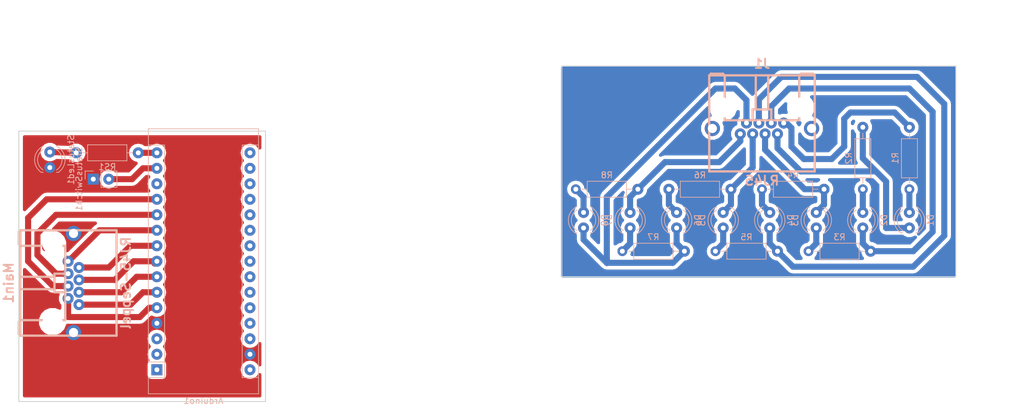
<source format=kicad_pcb>
(kicad_pcb (version 4) (host pcbnew 4.0.6+dfsg1-1)

  (general
    (links 40)
    (no_connects 1)
    (area 105.1338 93.312 276.582 159.571)
    (thickness 1.6)
    (drawings 12)
    (tracks 125)
    (zones 0)
    (modules 22)
    (nets 29)
  )

  (page A4)
  (layers
    (0 F.Cu signal)
    (31 B.Cu signal)
    (32 B.Adhes user)
    (33 F.Adhes user)
    (34 B.Paste user)
    (35 F.Paste user)
    (36 B.SilkS user)
    (37 F.SilkS user)
    (38 B.Mask user)
    (39 F.Mask user)
    (40 Dwgs.User user)
    (41 Cmts.User user)
    (42 Eco1.User user)
    (43 Eco2.User user)
    (44 Edge.Cuts user)
    (45 Margin user)
    (46 B.CrtYd user)
    (47 F.CrtYd user)
    (48 B.Fab user)
    (49 F.Fab user)
  )

  (setup
    (last_trace_width 1)
    (trace_clearance 0.2)
    (zone_clearance 0.6)
    (zone_45_only no)
    (trace_min 0.2)
    (segment_width 0.2)
    (edge_width 0.15)
    (via_size 0.6)
    (via_drill 0.4)
    (via_min_size 0.4)
    (via_min_drill 0.3)
    (uvia_size 0.3)
    (uvia_drill 0.1)
    (uvias_allowed no)
    (uvia_min_size 0.2)
    (uvia_min_drill 0.1)
    (pcb_text_width 0.3)
    (pcb_text_size 1.5 1.5)
    (mod_edge_width 0.15)
    (mod_text_size 1 1)
    (mod_text_width 0.15)
    (pad_size 1.8 1.8)
    (pad_drill 0.8)
    (pad_to_mask_clearance 0.2)
    (aux_axis_origin 108.204 158.496)
    (visible_elements FFFFFF7F)
    (pcbplotparams
      (layerselection 0x01000_00000001)
      (usegerberextensions false)
      (excludeedgelayer true)
      (linewidth 0.100000)
      (plotframeref false)
      (viasonmask false)
      (mode 1)
      (useauxorigin true)
      (hpglpennumber 1)
      (hpglpenspeed 20)
      (hpglpendiameter 15)
      (hpglpenoverlay 2)
      (psnegative false)
      (psa4output false)
      (plotreference true)
      (plotvalue true)
      (plotinvisibletext false)
      (padsonsilk false)
      (subtractmaskfromsilk false)
      (outputformat 1)
      (mirror false)
      (drillshape 0)
      (scaleselection 1)
      (outputdirectory gerber/))
  )

  (net 0 "")
  (net 1 GND)
  (net 2 "Net-(Arduino1-Pad5)")
  (net 3 "Net-(Arduino1-Pad6)")
  (net 4 "Net-(Arduino1-Pad7)")
  (net 5 "Net-(Arduino1-Pad8)")
  (net 6 "Net-(Arduino1-Pad9)")
  (net 7 "Net-(Arduino1-Pad10)")
  (net 8 "Net-(Arduino1-Pad11)")
  (net 9 "Net-(Arduino1-Pad12)")
  (net 10 "Net-(Arduino1-Pad14)")
  (net 11 "Net-(Arduino1-Pad15)")
  (net 12 "Net-(RS1-Pad1)")
  (net 13 "Net-(D1-Pad1)")
  (net 14 "Net-(D1-Pad2)")
  (net 15 "Net-(D2-Pad1)")
  (net 16 "Net-(D2-Pad2)")
  (net 17 "Net-(D3-Pad1)")
  (net 18 "Net-(D3-Pad2)")
  (net 19 "Net-(D4-Pad1)")
  (net 20 "Net-(D4-Pad2)")
  (net 21 "Net-(D5-Pad1)")
  (net 22 "Net-(D5-Pad2)")
  (net 23 "Net-(D6-Pad1)")
  (net 24 "Net-(D6-Pad2)")
  (net 25 "Net-(D7-Pad1)")
  (net 26 "Net-(D7-Pad2)")
  (net 27 "Net-(D8-Pad2)")
  (net 28 "Net-(J1-Pad1)")

  (net_class Default "This is the default net class."
    (clearance 0.2)
    (trace_width 1)
    (via_dia 0.6)
    (via_drill 0.4)
    (uvia_dia 0.3)
    (uvia_drill 0.1)
    (add_net GND)
    (add_net "Net-(Arduino1-Pad10)")
    (add_net "Net-(Arduino1-Pad11)")
    (add_net "Net-(Arduino1-Pad12)")
    (add_net "Net-(Arduino1-Pad14)")
    (add_net "Net-(Arduino1-Pad15)")
    (add_net "Net-(Arduino1-Pad5)")
    (add_net "Net-(Arduino1-Pad6)")
    (add_net "Net-(Arduino1-Pad7)")
    (add_net "Net-(Arduino1-Pad8)")
    (add_net "Net-(Arduino1-Pad9)")
    (add_net "Net-(D1-Pad1)")
    (add_net "Net-(D1-Pad2)")
    (add_net "Net-(D2-Pad1)")
    (add_net "Net-(D2-Pad2)")
    (add_net "Net-(D3-Pad1)")
    (add_net "Net-(D3-Pad2)")
    (add_net "Net-(D4-Pad1)")
    (add_net "Net-(D4-Pad2)")
    (add_net "Net-(D5-Pad1)")
    (add_net "Net-(D5-Pad2)")
    (add_net "Net-(D6-Pad1)")
    (add_net "Net-(D6-Pad2)")
    (add_net "Net-(D7-Pad1)")
    (add_net "Net-(D7-Pad2)")
    (add_net "Net-(D8-Pad2)")
    (add_net "Net-(J1-Pad1)")
    (add_net "Net-(RS1-Pad1)")
  )

  (module seppels:rj45-seppel-small (layer B.Cu) (tedit 5A1061E1) (tstamp 5A104009)
    (at 229.87 113.03)
    (descr "RJ45 + led indicators, Tyco P/N 2-406549-7")
    (path /5A10406F/5A103646)
    (fp_text reference J1 (at 0 -9.779) (layer B.SilkS)
      (effects (font (thickness 0.3048)) (justify mirror))
    )
    (fp_text value RJ45 (at 0 9.398) (layer B.SilkS)
      (effects (font (thickness 0.3048)) (justify mirror))
    )
    (fp_line (start 6.35 -7.874) (end 6.35 -8.128) (layer B.SilkS) (width 0.381))
    (fp_line (start 6.35 -8.128) (end 8.382 -8.128) (layer B.SilkS) (width 0.381))
    (fp_line (start 8.382 -8.128) (end 8.382 -7.874) (layer B.SilkS) (width 0.381))
    (fp_line (start -8.382 -7.874) (end -8.382 -8.128) (layer B.SilkS) (width 0.381))
    (fp_line (start -8.382 -8.128) (end -6.35 -8.128) (layer B.SilkS) (width 0.381))
    (fp_line (start -6.35 -8.128) (end -6.35 -7.874) (layer B.SilkS) (width 0.381))
    (fp_line (start 1.524 -2.286) (end -1.524 -2.286) (layer B.SilkS) (width 0.381))
    (fp_line (start 1.016 -2.286) (end 1.016 -7.874) (layer B.SilkS) (width 0.381))
    (fp_line (start 1.524 -0.508) (end 1.524 -2.286) (layer B.SilkS) (width 0.381))
    (fp_line (start -1.524 -2.286) (end -1.524 -0.508) (layer B.SilkS) (width 0.381))
    (fp_line (start -1.016 -7.874) (end -1.016 -2.286) (layer B.SilkS) (width 0.381))
    (fp_line (start -6.096 -7.874) (end -6.096 -0.508) (layer B.SilkS) (width 0.381))
    (fp_line (start -6.096 -0.508) (end 6.096 -0.508) (layer B.SilkS) (width 0.381))
    (fp_line (start 6.096 -0.508) (end 6.096 -7.874) (layer B.SilkS) (width 0.381))
    (fp_line (start -8.636 -7.874) (end -8.636 7.874) (layer B.SilkS) (width 0.381))
    (fp_line (start -8.636 7.874) (end 8.636 7.874) (layer B.SilkS) (width 0.381))
    (fp_line (start 8.636 7.874) (end 8.636 -7.874) (layer B.SilkS) (width 0.381))
    (fp_line (start 8.636 -7.874) (end -8.636 -7.874) (layer B.SilkS) (width 0.381))
    (pad 3 thru_hole circle (at 1.52146 -0.05588) (size 1.8 1.8) (drill 0.8001) (layers *.Cu *.Mask)
      (net 15 "Net-(D2-Pad1)"))
    (pad 1 thru_hole circle (at 3.55092 -0.05588) (size 1.8 1.8) (drill 0.8001) (layers *.Cu *.Mask)
      (net 28 "Net-(J1-Pad1)"))
    (pad 2 thru_hole circle (at 2.53746 1.72466) (size 1.8 1.8) (drill 0.8001) (layers *.Cu *.Mask)
      (net 13 "Net-(D1-Pad1)"))
    (pad 4 thru_hole circle (at 0.508 1.72466) (size 1.8 1.8) (drill 0.8001) (layers *.Cu *.Mask)
      (net 17 "Net-(D3-Pad1)"))
    (pad 5 thru_hole circle (at -0.508 -0.05588) (size 1.8 1.8) (drill 0.8001) (layers *.Cu *.Mask)
      (net 19 "Net-(D4-Pad1)"))
    (pad 6 thru_hole circle (at -1.52146 1.72466) (size 1.8 1.8) (drill 0.8001) (layers *.Cu *.Mask)
      (net 21 "Net-(D5-Pad1)"))
    (pad 7 thru_hole circle (at -2.53746 -0.05588) (size 1.8 1.8) (drill 0.8001) (layers *.Cu *.Mask)
      (net 23 "Net-(D6-Pad1)"))
    (pad 8 thru_hole circle (at -3.55092 1.72466) (size 1.8 1.8) (drill 0.8) (layers *.Cu *.Mask)
      (net 25 "Net-(D7-Pad1)"))
    (pad 13 thru_hole circle (at -8.12038 0.83312) (size 2.49936 2.49936) (drill 1.50114) (layers *.Cu *.Mask))
    (pad 13 thru_hole circle (at 8.12038 0.83312) (size 2.49936 2.49936) (drill 1.50114) (layers *.Cu *.Mask))
    (pad "" np_thru_hole circle (at -6.33984 -2.59588) (size 3.2512 3.2512) (drill 3.2512) (layers *.Cu))
    (pad "" np_thru_hole circle (at 6.33984 -2.59588) (size 3.2512 3.2512) (drill 3.2512) (layers *.Cu))
  )

  (module LEDs:LED_D4.0mm (layer B.Cu) (tedit 587A3A7B) (tstamp 5A103FD5)
    (at 246.38 130.175 90)
    (descr "LED, diameter 4.0mm, 2 pins, http://www.kingbright.com/attachments/file/psearch/000/00/00/L-43GD(Ver.12B).pdf")
    (tags "LED diameter 4.0mm 2 pins")
    (path /5A10406F/5A10474B)
    (fp_text reference D2 (at 1.27 3.46 90) (layer B.SilkS)
      (effects (font (size 1 1) (thickness 0.15)) (justify mirror))
    )
    (fp_text value LED (at 1.27 -3.46 90) (layer B.Fab)
      (effects (font (size 1 1) (thickness 0.15)) (justify mirror))
    )
    (fp_arc (start 1.27 0) (end -0.73 1.32665) (angle -292.9) (layer B.Fab) (width 0.1))
    (fp_arc (start 1.27 0) (end -0.79 1.398749) (angle -120.1) (layer B.SilkS) (width 0.12))
    (fp_arc (start 1.27 0) (end -0.79 -1.398749) (angle 120.1) (layer B.SilkS) (width 0.12))
    (fp_arc (start 1.27 0) (end -0.41333 1.08) (angle -114.6) (layer B.SilkS) (width 0.12))
    (fp_arc (start 1.27 0) (end -0.41333 -1.08) (angle 114.6) (layer B.SilkS) (width 0.12))
    (fp_circle (center 1.27 0) (end 3.27 0) (layer B.Fab) (width 0.1))
    (fp_line (start -0.73 1.32665) (end -0.73 -1.32665) (layer B.Fab) (width 0.1))
    (fp_line (start -0.79 1.399) (end -0.79 1.08) (layer B.SilkS) (width 0.12))
    (fp_line (start -0.79 -1.08) (end -0.79 -1.399) (layer B.SilkS) (width 0.12))
    (fp_line (start -1.45 2.75) (end -1.45 -2.75) (layer B.CrtYd) (width 0.05))
    (fp_line (start -1.45 -2.75) (end 4 -2.75) (layer B.CrtYd) (width 0.05))
    (fp_line (start 4 -2.75) (end 4 2.75) (layer B.CrtYd) (width 0.05))
    (fp_line (start 4 2.75) (end -1.45 2.75) (layer B.CrtYd) (width 0.05))
    (pad 1 thru_hole circle (at 0 0 90) (size 1.8 1.8) (drill 0.8) (layers *.Cu *.Mask)
      (net 15 "Net-(D2-Pad1)"))
    (pad 2 thru_hole circle (at 2.54 0 90) (size 1.8 1.8) (drill 0.8) (layers *.Cu *.Mask)
      (net 16 "Net-(D2-Pad2)"))
    (model ${KISYS3DMOD}/LEDs.3dshapes/LED_D4.0mm.wrl
      (at (xyz 0 0 0))
      (scale (xyz 0.393701 0.393701 0.393701))
      (rotate (xyz 0 0 0))
    )
  )

  (module Resistors_THT:R_Axial_DIN0207_L6.3mm_D2.5mm_P10.16mm_Horizontal (layer B.Cu) (tedit 5874F706) (tstamp 5A04D1C3)
    (at 117.602 117.856)
    (descr "Resistor, Axial_DIN0207 series, Axial, Horizontal, pin pitch=10.16mm, 0.25W = 1/4W, length*diameter=6.3*2.5mm^2, http://cdn-reichelt.de/documents/datenblatt/B400/1_4W%23YAG.pdf")
    (tags "Resistor Axial_DIN0207 series Axial Horizontal pin pitch 10.16mm 0.25W = 1/4W length 6.3mm diameter 2.5mm")
    (path /5A05806A)
    (fp_text reference RS1 (at 5.08 2.31) (layer B.SilkS)
      (effects (font (size 1 1) (thickness 0.15)) (justify mirror))
    )
    (fp_text value 330 (at 5.08 -2.31) (layer B.Fab)
      (effects (font (size 1 1) (thickness 0.15)) (justify mirror))
    )
    (fp_line (start 1.93 1.25) (end 1.93 -1.25) (layer B.Fab) (width 0.1))
    (fp_line (start 1.93 -1.25) (end 8.23 -1.25) (layer B.Fab) (width 0.1))
    (fp_line (start 8.23 -1.25) (end 8.23 1.25) (layer B.Fab) (width 0.1))
    (fp_line (start 8.23 1.25) (end 1.93 1.25) (layer B.Fab) (width 0.1))
    (fp_line (start 0 0) (end 1.93 0) (layer B.Fab) (width 0.1))
    (fp_line (start 10.16 0) (end 8.23 0) (layer B.Fab) (width 0.1))
    (fp_line (start 1.87 1.31) (end 1.87 -1.31) (layer B.SilkS) (width 0.12))
    (fp_line (start 1.87 -1.31) (end 8.29 -1.31) (layer B.SilkS) (width 0.12))
    (fp_line (start 8.29 -1.31) (end 8.29 1.31) (layer B.SilkS) (width 0.12))
    (fp_line (start 8.29 1.31) (end 1.87 1.31) (layer B.SilkS) (width 0.12))
    (fp_line (start 0.98 0) (end 1.87 0) (layer B.SilkS) (width 0.12))
    (fp_line (start 9.18 0) (end 8.29 0) (layer B.SilkS) (width 0.12))
    (fp_line (start -1.05 1.6) (end -1.05 -1.6) (layer B.CrtYd) (width 0.05))
    (fp_line (start -1.05 -1.6) (end 11.25 -1.6) (layer B.CrtYd) (width 0.05))
    (fp_line (start 11.25 -1.6) (end 11.25 1.6) (layer B.CrtYd) (width 0.05))
    (fp_line (start 11.25 1.6) (end -1.05 1.6) (layer B.CrtYd) (width 0.05))
    (pad 1 thru_hole circle (at 0 0) (size 1.8 1.8) (drill 0.8) (layers *.Cu *.Mask)
      (net 12 "Net-(RS1-Pad1)"))
    (pad 2 thru_hole oval (at 10.16 0) (size 1.8 1.8) (drill 0.8) (layers *.Cu *.Mask)
      (net 11 "Net-(Arduino1-Pad15)"))
    (model ${KISYS3DMOD}/Resistors_THT.3dshapes/R_Axial_DIN0207_L6.3mm_D2.5mm_P10.16mm_Horizontal.wrl
      (at (xyz 0 0 0))
      (scale (xyz 0.393701 0.393701 0.393701))
      (rotate (xyz 0 0 0))
    )
  )

  (module Modules:Arduino_Nano (layer B.Cu) (tedit 5A05E8D9) (tstamp 5A04D149)
    (at 130.81 153.416)
    (descr "Arduino Nano, http://www.mouser.com/pdfdocs/Gravitech_Arduino_Nano3_0.pdf")
    (tags "Arduino Nano")
    (path /5A03EF85)
    (fp_text reference Arduino1 (at 7.62 5.08) (layer B.SilkS)
      (effects (font (size 1 1) (thickness 0.15)) (justify mirror))
    )
    (fp_text value arduinoNano (at 8.89 -19.05 270) (layer B.Fab)
      (effects (font (size 1 1) (thickness 0.15)) (justify mirror))
    )
    (fp_text user %R (at 6.35 -19.05 270) (layer B.Fab)
      (effects (font (size 1 1) (thickness 0.15)) (justify mirror))
    )
    (fp_line (start 1.27 -1.27) (end 1.27 1.27) (layer B.SilkS) (width 0.12))
    (fp_line (start 1.27 1.27) (end -1.4 1.27) (layer B.SilkS) (width 0.12))
    (fp_line (start -1.4 -1.27) (end -1.4 -39.5) (layer B.SilkS) (width 0.12))
    (fp_line (start -1.4 3.94) (end -1.4 1.27) (layer B.SilkS) (width 0.12))
    (fp_line (start 13.97 1.27) (end 16.64 1.27) (layer B.SilkS) (width 0.12))
    (fp_line (start 13.97 1.27) (end 13.97 -36.83) (layer B.SilkS) (width 0.12))
    (fp_line (start 13.97 -36.83) (end 16.64 -36.83) (layer B.SilkS) (width 0.12))
    (fp_line (start 1.27 -1.27) (end -1.4 -1.27) (layer B.SilkS) (width 0.12))
    (fp_line (start 1.27 -1.27) (end 1.27 -36.83) (layer B.SilkS) (width 0.12))
    (fp_line (start 1.27 -36.83) (end -1.4 -36.83) (layer B.SilkS) (width 0.12))
    (fp_line (start 3.81 -31.75) (end 11.43 -31.75) (layer B.Fab) (width 0.1))
    (fp_line (start 11.43 -31.75) (end 11.43 -41.91) (layer B.Fab) (width 0.1))
    (fp_line (start 11.43 -41.91) (end 3.81 -41.91) (layer B.Fab) (width 0.1))
    (fp_line (start 3.81 -41.91) (end 3.81 -31.75) (layer B.Fab) (width 0.1))
    (fp_line (start -1.4 -39.5) (end 16.64 -39.5) (layer B.SilkS) (width 0.12))
    (fp_line (start 16.64 -39.5) (end 16.64 3.94) (layer B.SilkS) (width 0.12))
    (fp_line (start 16.64 3.94) (end -1.4 3.94) (layer B.SilkS) (width 0.12))
    (fp_line (start 16.51 -39.37) (end -1.27 -39.37) (layer B.Fab) (width 0.1))
    (fp_line (start -1.27 -39.37) (end -1.27 2.54) (layer B.Fab) (width 0.1))
    (fp_line (start -1.27 2.54) (end 0 3.81) (layer B.Fab) (width 0.1))
    (fp_line (start 0 3.81) (end 16.51 3.81) (layer B.Fab) (width 0.1))
    (fp_line (start 16.51 3.81) (end 16.51 -39.37) (layer B.Fab) (width 0.1))
    (fp_line (start -1.53 4.06) (end 16.75 4.06) (layer B.CrtYd) (width 0.05))
    (fp_line (start -1.53 4.06) (end -1.53 -42.16) (layer B.CrtYd) (width 0.05))
    (fp_line (start 16.75 -42.16) (end 16.75 4.06) (layer B.CrtYd) (width 0.05))
    (fp_line (start 16.75 -42.16) (end -1.53 -42.16) (layer B.CrtYd) (width 0.05))
    (pad 1 thru_hole rect (at 0 0) (size 1.8 1.8) (drill 0.8) (layers *.Cu *.Mask))
    (pad 17 thru_hole oval (at 15.24 -33.02) (size 1.8 1.8) (drill 0.8) (layers *.Cu *.Mask))
    (pad 2 thru_hole oval (at 0 -2.54) (size 1.8 1.8) (drill 0.8) (layers *.Cu *.Mask))
    (pad 18 thru_hole oval (at 15.24 -30.48) (size 1.8 1.8) (drill 0.8) (layers *.Cu *.Mask))
    (pad 3 thru_hole oval (at 0 -5.08) (size 1.8 1.8) (drill 0.8) (layers *.Cu *.Mask))
    (pad 19 thru_hole oval (at 15.24 -27.94) (size 1.8 1.8) (drill 0.8) (layers *.Cu *.Mask))
    (pad 4 thru_hole oval (at 0 -7.62) (size 1.8 1.8) (drill 0.8) (layers *.Cu *.Mask)
      (net 1 GND))
    (pad 20 thru_hole oval (at 15.24 -25.4) (size 1.8 1.8) (drill 0.8) (layers *.Cu *.Mask))
    (pad 5 thru_hole oval (at 0 -10.16) (size 1.8 1.8) (drill 0.8) (layers *.Cu *.Mask)
      (net 2 "Net-(Arduino1-Pad5)"))
    (pad 21 thru_hole oval (at 15.24 -22.86) (size 1.8 1.8) (drill 0.8) (layers *.Cu *.Mask))
    (pad 6 thru_hole oval (at 0 -12.7) (size 1.8 1.8) (drill 0.8) (layers *.Cu *.Mask)
      (net 3 "Net-(Arduino1-Pad6)"))
    (pad 22 thru_hole oval (at 15.24 -20.32) (size 1.8 1.8) (drill 0.8) (layers *.Cu *.Mask))
    (pad 7 thru_hole oval (at 0 -15.24) (size 1.8 1.8) (drill 0.8) (layers *.Cu *.Mask)
      (net 4 "Net-(Arduino1-Pad7)"))
    (pad 23 thru_hole oval (at 15.24 -17.78) (size 1.8 1.8) (drill 0.8) (layers *.Cu *.Mask))
    (pad 8 thru_hole oval (at 0 -17.78) (size 1.8 1.8) (drill 0.8) (layers *.Cu *.Mask)
      (net 5 "Net-(Arduino1-Pad8)"))
    (pad 24 thru_hole oval (at 15.24 -15.24) (size 1.8 1.8) (drill 0.8) (layers *.Cu *.Mask))
    (pad 9 thru_hole oval (at 0 -20.32) (size 1.8 1.8) (drill 0.8) (layers *.Cu *.Mask)
      (net 6 "Net-(Arduino1-Pad9)"))
    (pad 25 thru_hole oval (at 15.24 -12.7) (size 1.8 1.8) (drill 0.8) (layers *.Cu *.Mask))
    (pad 10 thru_hole oval (at 0 -22.86) (size 1.8 1.8) (drill 0.8) (layers *.Cu *.Mask)
      (net 7 "Net-(Arduino1-Pad10)"))
    (pad 26 thru_hole oval (at 15.24 -10.16) (size 1.8 1.8) (drill 0.8) (layers *.Cu *.Mask))
    (pad 11 thru_hole oval (at 0 -25.4) (size 1.8 1.8) (drill 0.8) (layers *.Cu *.Mask)
      (net 8 "Net-(Arduino1-Pad11)"))
    (pad 27 thru_hole oval (at 15.24 -7.62) (size 1.8 1.8) (drill 0.8) (layers *.Cu *.Mask))
    (pad 12 thru_hole oval (at 0 -27.94) (size 1.8 1.8) (drill 0.8) (layers *.Cu *.Mask)
      (net 9 "Net-(Arduino1-Pad12)"))
    (pad 28 thru_hole oval (at 15.24 -5.08) (size 1.8 1.8) (drill 0.8) (layers *.Cu *.Mask))
    (pad 13 thru_hole oval (at 0 -30.48) (size 1.8 1.8) (drill 0.8) (layers *.Cu *.Mask))
    (pad 29 thru_hole oval (at 15.24 -2.54) (size 1.8 1.8) (drill 0.8) (layers *.Cu *.Mask)
      (net 1 GND))
    (pad 14 thru_hole oval (at 0 -33.02) (size 1.8 1.8) (drill 0.8) (layers *.Cu *.Mask)
      (net 10 "Net-(Arduino1-Pad14)"))
    (pad 30 thru_hole oval (at 15.24 0) (size 1.8 1.8) (drill 0.8) (layers *.Cu *.Mask))
    (pad 15 thru_hole oval (at 0 -35.56) (size 1.8 1.8) (drill 0.8) (layers *.Cu *.Mask)
      (net 11 "Net-(Arduino1-Pad15)"))
    (pad 16 thru_hole oval (at 15.24 -35.56) (size 1.8 1.8) (drill 0.8) (layers *.Cu *.Mask))
  )

  (module LEDs:LED_D4.0mm (layer B.Cu) (tedit 5A06CBCE) (tstamp 5A04D1DD)
    (at 113.284 120.269 90)
    (descr "LED, diameter 4.0mm, 2 pins, http://www.kingbright.com/attachments/file/psearch/000/00/00/L-43GD(Ver.12B).pdf")
    (tags "LED diameter 4.0mm 2 pins")
    (path /5A058023)
    (fp_text reference StatusLed1 (at 1.27 3.46 90) (layer B.SilkS)
      (effects (font (size 1 1) (thickness 0.15)) (justify mirror))
    )
    (fp_text value LED (at 1.27 -3.46 90) (layer B.Fab)
      (effects (font (size 1 1) (thickness 0.15)) (justify mirror))
    )
    (fp_arc (start 1.27 0) (end -0.73 1.32665) (angle -292.9) (layer B.Fab) (width 0.1))
    (fp_arc (start 1.27 0) (end -0.79 1.398749) (angle -120.1) (layer B.SilkS) (width 0.12))
    (fp_arc (start 1.27 0) (end -0.79 -1.398749) (angle 120.1) (layer B.SilkS) (width 0.12))
    (fp_arc (start 1.27 0) (end -0.41333 1.08) (angle -114.6) (layer B.SilkS) (width 0.12))
    (fp_arc (start 1.27 0) (end -0.41333 -1.08) (angle 114.6) (layer B.SilkS) (width 0.12))
    (fp_circle (center 1.27 0) (end 3.27 0) (layer B.Fab) (width 0.1))
    (fp_line (start -0.73 1.32665) (end -0.73 -1.32665) (layer B.Fab) (width 0.1))
    (fp_line (start -0.79 1.399) (end -0.79 1.08) (layer B.SilkS) (width 0.12))
    (fp_line (start -0.79 -1.08) (end -0.79 -1.399) (layer B.SilkS) (width 0.12))
    (fp_line (start -1.45 2.75) (end -1.45 -2.75) (layer B.CrtYd) (width 0.05))
    (fp_line (start -1.45 -2.75) (end 4 -2.75) (layer B.CrtYd) (width 0.05))
    (fp_line (start 4 -2.75) (end 4 2.75) (layer B.CrtYd) (width 0.05))
    (fp_line (start 4 2.75) (end -1.45 2.75) (layer B.CrtYd) (width 0.05))
    (pad 1 thru_hole circle (at 0 0 90) (size 1.8 1.8) (drill 0.8) (layers *.Cu *.Mask)
      (net 1 GND))
    (pad 2 thru_hole circle (at 2.54 0 90) (size 1.8 1.8) (drill 0.8) (layers *.Cu *.Mask)
      (net 12 "Net-(RS1-Pad1)"))
    (model ${KISYS3DMOD}/LEDs.3dshapes/LED_D4.0mm.wrl
      (at (xyz 0 0 0))
      (scale (xyz 0.393701 0.393701 0.393701))
      (rotate (xyz 0 0 0))
    )
  )

  (module Pin_Headers:Pin_Header_Straight_1x02_Pitch2.54mm (layer B.Cu) (tedit 5A06CB9F) (tstamp 5A04D1E3)
    (at 120.396 122.174 270)
    (descr "Through hole straight pin header, 1x02, 2.54mm pitch, single row")
    (tags "Through hole pin header THT 1x02 2.54mm single row")
    (path /5A05841B)
    (fp_text reference StatusSwitch1 (at 0 2.33 270) (layer B.SilkS)
      (effects (font (size 1 1) (thickness 0.15)) (justify mirror))
    )
    (fp_text value SW_Push_Open (at 0 -4.87 270) (layer B.Fab)
      (effects (font (size 1 1) (thickness 0.15)) (justify mirror))
    )
    (fp_line (start -0.635 1.27) (end 1.27 1.27) (layer B.Fab) (width 0.1))
    (fp_line (start 1.27 1.27) (end 1.27 -3.81) (layer B.Fab) (width 0.1))
    (fp_line (start 1.27 -3.81) (end -1.27 -3.81) (layer B.Fab) (width 0.1))
    (fp_line (start -1.27 -3.81) (end -1.27 0.635) (layer B.Fab) (width 0.1))
    (fp_line (start -1.27 0.635) (end -0.635 1.27) (layer B.Fab) (width 0.1))
    (fp_line (start -1.33 -3.87) (end 1.33 -3.87) (layer B.SilkS) (width 0.12))
    (fp_line (start -1.33 -1.27) (end -1.33 -3.87) (layer B.SilkS) (width 0.12))
    (fp_line (start 1.33 -1.27) (end 1.33 -3.87) (layer B.SilkS) (width 0.12))
    (fp_line (start -1.33 -1.27) (end 1.33 -1.27) (layer B.SilkS) (width 0.12))
    (fp_line (start -1.33 0) (end -1.33 1.33) (layer B.SilkS) (width 0.12))
    (fp_line (start -1.33 1.33) (end 0 1.33) (layer B.SilkS) (width 0.12))
    (fp_line (start -1.8 1.8) (end -1.8 -4.35) (layer B.CrtYd) (width 0.05))
    (fp_line (start -1.8 -4.35) (end 1.8 -4.35) (layer B.CrtYd) (width 0.05))
    (fp_line (start 1.8 -4.35) (end 1.8 1.8) (layer B.CrtYd) (width 0.05))
    (fp_line (start 1.8 1.8) (end -1.8 1.8) (layer B.CrtYd) (width 0.05))
    (fp_text user %R (at 0 -1.27 270) (layer B.Fab)
      (effects (font (size 1 1) (thickness 0.15)) (justify mirror))
    )
    (pad 1 thru_hole rect (at 0 0 270) (size 1.8 1.8) (drill 0.8) (layers *.Cu *.Mask)
      (net 1 GND))
    (pad 2 thru_hole oval (at 0 -2.54 270) (size 1.8 1.8) (drill 0.8) (layers *.Cu *.Mask)
      (net 10 "Net-(Arduino1-Pad14)"))
    (model ${KISYS3DMOD}/Pin_Headers.3dshapes/Pin_Header_Straight_1x02_Pitch2.54mm.wrl
      (at (xyz 0 0 0))
      (scale (xyz 1 1 1))
      (rotate (xyz 0 0 0))
    )
  )

  (module seppels:rj45-seppel-small (layer B.Cu) (tedit 5A08500A) (tstamp 5A0D7C84)
    (at 116.332 139.192 90)
    (descr "RJ45 + led indicators, Tyco P/N 2-406549-7")
    (path /5A0483B2)
    (fp_text reference Main1 (at 0 -9.779 90) (layer B.SilkS)
      (effects (font (thickness 0.3048)) (justify mirror))
    )
    (fp_text value RJ45-Seppel (at 0 9.398 90) (layer B.SilkS)
      (effects (font (thickness 0.3048)) (justify mirror))
    )
    (fp_line (start 6.35 -7.874) (end 6.35 -8.128) (layer B.SilkS) (width 0.381))
    (fp_line (start 6.35 -8.128) (end 8.382 -8.128) (layer B.SilkS) (width 0.381))
    (fp_line (start 8.382 -8.128) (end 8.382 -7.874) (layer B.SilkS) (width 0.381))
    (fp_line (start -8.382 -7.874) (end -8.382 -8.128) (layer B.SilkS) (width 0.381))
    (fp_line (start -8.382 -8.128) (end -6.35 -8.128) (layer B.SilkS) (width 0.381))
    (fp_line (start -6.35 -8.128) (end -6.35 -7.874) (layer B.SilkS) (width 0.381))
    (fp_line (start 1.524 -2.286) (end -1.524 -2.286) (layer B.SilkS) (width 0.381))
    (fp_line (start 1.016 -2.286) (end 1.016 -7.874) (layer B.SilkS) (width 0.381))
    (fp_line (start 1.524 -0.508) (end 1.524 -2.286) (layer B.SilkS) (width 0.381))
    (fp_line (start -1.524 -2.286) (end -1.524 -0.508) (layer B.SilkS) (width 0.381))
    (fp_line (start -1.016 -7.874) (end -1.016 -2.286) (layer B.SilkS) (width 0.381))
    (fp_line (start -6.096 -7.874) (end -6.096 -0.508) (layer B.SilkS) (width 0.381))
    (fp_line (start -6.096 -0.508) (end 6.096 -0.508) (layer B.SilkS) (width 0.381))
    (fp_line (start 6.096 -0.508) (end 6.096 -7.874) (layer B.SilkS) (width 0.381))
    (fp_line (start -8.636 -7.874) (end -8.636 7.874) (layer B.SilkS) (width 0.381))
    (fp_line (start -8.636 7.874) (end 8.636 7.874) (layer B.SilkS) (width 0.381))
    (fp_line (start 8.636 7.874) (end 8.636 -7.874) (layer B.SilkS) (width 0.381))
    (fp_line (start 8.636 -7.874) (end -8.636 -7.874) (layer B.SilkS) (width 0.381))
    (pad 3 thru_hole circle (at 1.52146 -0.05588 90) (size 1.8 1.8) (drill 0.8001) (layers *.Cu *.Mask)
      (net 8 "Net-(Arduino1-Pad11)"))
    (pad 1 thru_hole circle (at 3.55092 -0.05588 90) (size 1.8 1.8) (drill 0.8001) (layers *.Cu *.Mask)
      (net 7 "Net-(Arduino1-Pad10)"))
    (pad 2 thru_hole circle (at 2.53746 1.72466 90) (size 1.8 1.8) (drill 0.8001) (layers *.Cu *.Mask)
      (net 6 "Net-(Arduino1-Pad9)"))
    (pad 4 thru_hole circle (at 0.508 1.72466 90) (size 1.8 1.8) (drill 0.8001) (layers *.Cu *.Mask)
      (net 5 "Net-(Arduino1-Pad8)"))
    (pad 5 thru_hole circle (at -0.508 -0.05588 90) (size 1.8 1.8) (drill 0.8001) (layers *.Cu *.Mask)
      (net 9 "Net-(Arduino1-Pad12)"))
    (pad 6 thru_hole circle (at -1.52146 1.72466 90) (size 1.8 1.8) (drill 0.8001) (layers *.Cu *.Mask)
      (net 4 "Net-(Arduino1-Pad7)"))
    (pad 7 thru_hole circle (at -2.53746 -0.05588 90) (size 1.8 1.8) (drill 0.8001) (layers *.Cu *.Mask)
      (net 2 "Net-(Arduino1-Pad5)"))
    (pad 8 thru_hole circle (at -3.55092 1.72466 90) (size 1.8 1.8) (drill 0.8) (layers *.Cu *.Mask)
      (net 3 "Net-(Arduino1-Pad6)"))
    (pad 13 thru_hole circle (at -8.12038 0.83312 90) (size 2.49936 2.49936) (drill 1.50114) (layers *.Cu *.Mask)
      (net 1 GND))
    (pad 13 thru_hole circle (at 8.12038 0.83312 90) (size 2.49936 2.49936) (drill 1.50114) (layers *.Cu *.Mask)
      (net 1 GND))
    (pad "" np_thru_hole circle (at -6.33984 -2.59588 90) (size 3.2512 3.2512) (drill 3.2512) (layers *.Cu))
    (pad "" np_thru_hole circle (at 6.33984 -2.59588 90) (size 3.2512 3.2512) (drill 3.2512) (layers *.Cu))
  )

  (module LEDs:LED_D4.0mm (layer B.Cu) (tedit 5A106204) (tstamp 5A103FCF)
    (at 254 130.175 90)
    (descr "LED, diameter 4.0mm, 2 pins, http://www.kingbright.com/attachments/file/psearch/000/00/00/L-43GD(Ver.12B).pdf")
    (tags "LED diameter 4.0mm 2 pins")
    (path /5A10406F/5A104450)
    (fp_text reference D1 (at 1.27 3.46 90) (layer B.SilkS)
      (effects (font (size 1 1) (thickness 0.15)) (justify mirror))
    )
    (fp_text value LED (at 1.27 -3.46 90) (layer B.Fab)
      (effects (font (size 1 1) (thickness 0.15)) (justify mirror))
    )
    (fp_arc (start 1.27 0) (end -0.73 1.32665) (angle -292.9) (layer B.Fab) (width 0.1))
    (fp_arc (start 1.27 0) (end -0.79 1.398749) (angle -120.1) (layer B.SilkS) (width 0.12))
    (fp_arc (start 1.27 0) (end -0.79 -1.398749) (angle 120.1) (layer B.SilkS) (width 0.12))
    (fp_arc (start 1.27 0) (end -0.41333 1.08) (angle -114.6) (layer B.SilkS) (width 0.12))
    (fp_arc (start 1.27 0) (end -0.41333 -1.08) (angle 114.6) (layer B.SilkS) (width 0.12))
    (fp_circle (center 1.27 0) (end 3.27 0) (layer B.Fab) (width 0.1))
    (fp_line (start -0.73 1.32665) (end -0.73 -1.32665) (layer B.Fab) (width 0.1))
    (fp_line (start -0.79 1.399) (end -0.79 1.08) (layer B.SilkS) (width 0.12))
    (fp_line (start -0.79 -1.08) (end -0.79 -1.399) (layer B.SilkS) (width 0.12))
    (fp_line (start -1.45 2.75) (end -1.45 -2.75) (layer B.CrtYd) (width 0.05))
    (fp_line (start -1.45 -2.75) (end 4 -2.75) (layer B.CrtYd) (width 0.05))
    (fp_line (start 4 -2.75) (end 4 2.75) (layer B.CrtYd) (width 0.05))
    (fp_line (start 4 2.75) (end -1.45 2.75) (layer B.CrtYd) (width 0.05))
    (pad 1 thru_hole circle (at 0 0 90) (size 1.8 1.8) (drill 0.8) (layers *.Cu *.Mask)
      (net 13 "Net-(D1-Pad1)"))
    (pad 2 thru_hole circle (at 2.54 0 90) (size 1.8 1.8) (drill 0.8) (layers *.Cu *.Mask)
      (net 14 "Net-(D1-Pad2)"))
    (model ${KISYS3DMOD}/LEDs.3dshapes/LED_D4.0mm.wrl
      (at (xyz 0 0 0))
      (scale (xyz 0.393701 0.393701 0.393701))
      (rotate (xyz 0 0 0))
    )
  )

  (module LEDs:LED_D4.0mm (layer B.Cu) (tedit 587A3A7B) (tstamp 5A103FDB)
    (at 238.76 127.635 270)
    (descr "LED, diameter 4.0mm, 2 pins, http://www.kingbright.com/attachments/file/psearch/000/00/00/L-43GD(Ver.12B).pdf")
    (tags "LED diameter 4.0mm 2 pins")
    (path /5A10406F/5A10468E)
    (fp_text reference D3 (at 1.27 3.46 270) (layer B.SilkS)
      (effects (font (size 1 1) (thickness 0.15)) (justify mirror))
    )
    (fp_text value LED (at 1.27 -3.46 270) (layer B.Fab)
      (effects (font (size 1 1) (thickness 0.15)) (justify mirror))
    )
    (fp_arc (start 1.27 0) (end -0.73 1.32665) (angle -292.9) (layer B.Fab) (width 0.1))
    (fp_arc (start 1.27 0) (end -0.79 1.398749) (angle -120.1) (layer B.SilkS) (width 0.12))
    (fp_arc (start 1.27 0) (end -0.79 -1.398749) (angle 120.1) (layer B.SilkS) (width 0.12))
    (fp_arc (start 1.27 0) (end -0.41333 1.08) (angle -114.6) (layer B.SilkS) (width 0.12))
    (fp_arc (start 1.27 0) (end -0.41333 -1.08) (angle 114.6) (layer B.SilkS) (width 0.12))
    (fp_circle (center 1.27 0) (end 3.27 0) (layer B.Fab) (width 0.1))
    (fp_line (start -0.73 1.32665) (end -0.73 -1.32665) (layer B.Fab) (width 0.1))
    (fp_line (start -0.79 1.399) (end -0.79 1.08) (layer B.SilkS) (width 0.12))
    (fp_line (start -0.79 -1.08) (end -0.79 -1.399) (layer B.SilkS) (width 0.12))
    (fp_line (start -1.45 2.75) (end -1.45 -2.75) (layer B.CrtYd) (width 0.05))
    (fp_line (start -1.45 -2.75) (end 4 -2.75) (layer B.CrtYd) (width 0.05))
    (fp_line (start 4 -2.75) (end 4 2.75) (layer B.CrtYd) (width 0.05))
    (fp_line (start 4 2.75) (end -1.45 2.75) (layer B.CrtYd) (width 0.05))
    (pad 1 thru_hole circle (at 0 0 270) (size 1.8 1.8) (drill 0.8) (layers *.Cu *.Mask)
      (net 17 "Net-(D3-Pad1)"))
    (pad 2 thru_hole circle (at 2.54 0 270) (size 1.8 1.8) (drill 0.8) (layers *.Cu *.Mask)
      (net 18 "Net-(D3-Pad2)"))
    (model ${KISYS3DMOD}/LEDs.3dshapes/LED_D4.0mm.wrl
      (at (xyz 0 0 0))
      (scale (xyz 0.393701 0.393701 0.393701))
      (rotate (xyz 0 0 0))
    )
  )

  (module LEDs:LED_D4.0mm (layer B.Cu) (tedit 587A3A7B) (tstamp 5A103FE1)
    (at 231.14 130.175 90)
    (descr "LED, diameter 4.0mm, 2 pins, http://www.kingbright.com/attachments/file/psearch/000/00/00/L-43GD(Ver.12B).pdf")
    (tags "LED diameter 4.0mm 2 pins")
    (path /5A10406F/5A1047E7)
    (fp_text reference D4 (at 1.27 3.46 90) (layer B.SilkS)
      (effects (font (size 1 1) (thickness 0.15)) (justify mirror))
    )
    (fp_text value LED (at 1.27 -3.46 90) (layer B.Fab)
      (effects (font (size 1 1) (thickness 0.15)) (justify mirror))
    )
    (fp_arc (start 1.27 0) (end -0.73 1.32665) (angle -292.9) (layer B.Fab) (width 0.1))
    (fp_arc (start 1.27 0) (end -0.79 1.398749) (angle -120.1) (layer B.SilkS) (width 0.12))
    (fp_arc (start 1.27 0) (end -0.79 -1.398749) (angle 120.1) (layer B.SilkS) (width 0.12))
    (fp_arc (start 1.27 0) (end -0.41333 1.08) (angle -114.6) (layer B.SilkS) (width 0.12))
    (fp_arc (start 1.27 0) (end -0.41333 -1.08) (angle 114.6) (layer B.SilkS) (width 0.12))
    (fp_circle (center 1.27 0) (end 3.27 0) (layer B.Fab) (width 0.1))
    (fp_line (start -0.73 1.32665) (end -0.73 -1.32665) (layer B.Fab) (width 0.1))
    (fp_line (start -0.79 1.399) (end -0.79 1.08) (layer B.SilkS) (width 0.12))
    (fp_line (start -0.79 -1.08) (end -0.79 -1.399) (layer B.SilkS) (width 0.12))
    (fp_line (start -1.45 2.75) (end -1.45 -2.75) (layer B.CrtYd) (width 0.05))
    (fp_line (start -1.45 -2.75) (end 4 -2.75) (layer B.CrtYd) (width 0.05))
    (fp_line (start 4 -2.75) (end 4 2.75) (layer B.CrtYd) (width 0.05))
    (fp_line (start 4 2.75) (end -1.45 2.75) (layer B.CrtYd) (width 0.05))
    (pad 1 thru_hole circle (at 0 0 90) (size 1.8 1.8) (drill 0.8) (layers *.Cu *.Mask)
      (net 19 "Net-(D4-Pad1)"))
    (pad 2 thru_hole circle (at 2.54 0 90) (size 1.8 1.8) (drill 0.8) (layers *.Cu *.Mask)
      (net 20 "Net-(D4-Pad2)"))
    (model ${KISYS3DMOD}/LEDs.3dshapes/LED_D4.0mm.wrl
      (at (xyz 0 0 0))
      (scale (xyz 0.393701 0.393701 0.393701))
      (rotate (xyz 0 0 0))
    )
  )

  (module LEDs:LED_D4.0mm (layer B.Cu) (tedit 587A3A7B) (tstamp 5A103FE7)
    (at 223.52 127.635 270)
    (descr "LED, diameter 4.0mm, 2 pins, http://www.kingbright.com/attachments/file/psearch/000/00/00/L-43GD(Ver.12B).pdf")
    (tags "LED diameter 4.0mm 2 pins")
    (path /5A10406F/5A104867)
    (fp_text reference D5 (at 1.27 3.46 270) (layer B.SilkS)
      (effects (font (size 1 1) (thickness 0.15)) (justify mirror))
    )
    (fp_text value LED (at 1.27 -3.46 270) (layer B.Fab)
      (effects (font (size 1 1) (thickness 0.15)) (justify mirror))
    )
    (fp_arc (start 1.27 0) (end -0.73 1.32665) (angle -292.9) (layer B.Fab) (width 0.1))
    (fp_arc (start 1.27 0) (end -0.79 1.398749) (angle -120.1) (layer B.SilkS) (width 0.12))
    (fp_arc (start 1.27 0) (end -0.79 -1.398749) (angle 120.1) (layer B.SilkS) (width 0.12))
    (fp_arc (start 1.27 0) (end -0.41333 1.08) (angle -114.6) (layer B.SilkS) (width 0.12))
    (fp_arc (start 1.27 0) (end -0.41333 -1.08) (angle 114.6) (layer B.SilkS) (width 0.12))
    (fp_circle (center 1.27 0) (end 3.27 0) (layer B.Fab) (width 0.1))
    (fp_line (start -0.73 1.32665) (end -0.73 -1.32665) (layer B.Fab) (width 0.1))
    (fp_line (start -0.79 1.399) (end -0.79 1.08) (layer B.SilkS) (width 0.12))
    (fp_line (start -0.79 -1.08) (end -0.79 -1.399) (layer B.SilkS) (width 0.12))
    (fp_line (start -1.45 2.75) (end -1.45 -2.75) (layer B.CrtYd) (width 0.05))
    (fp_line (start -1.45 -2.75) (end 4 -2.75) (layer B.CrtYd) (width 0.05))
    (fp_line (start 4 -2.75) (end 4 2.75) (layer B.CrtYd) (width 0.05))
    (fp_line (start 4 2.75) (end -1.45 2.75) (layer B.CrtYd) (width 0.05))
    (pad 1 thru_hole circle (at 0 0 270) (size 1.8 1.8) (drill 0.8) (layers *.Cu *.Mask)
      (net 21 "Net-(D5-Pad1)"))
    (pad 2 thru_hole circle (at 2.54 0 270) (size 1.8 1.8) (drill 0.8) (layers *.Cu *.Mask)
      (net 22 "Net-(D5-Pad2)"))
    (model ${KISYS3DMOD}/LEDs.3dshapes/LED_D4.0mm.wrl
      (at (xyz 0 0 0))
      (scale (xyz 0.393701 0.393701 0.393701))
      (rotate (xyz 0 0 0))
    )
  )

  (module LEDs:LED_D4.0mm (layer B.Cu) (tedit 587A3A7B) (tstamp 5A103FED)
    (at 215.9 130.175 90)
    (descr "LED, diameter 4.0mm, 2 pins, http://www.kingbright.com/attachments/file/psearch/000/00/00/L-43GD(Ver.12B).pdf")
    (tags "LED diameter 4.0mm 2 pins")
    (path /5A10406F/5A10494B)
    (fp_text reference D6 (at 1.27 3.46 90) (layer B.SilkS)
      (effects (font (size 1 1) (thickness 0.15)) (justify mirror))
    )
    (fp_text value LED (at 1.27 -3.46 90) (layer B.Fab)
      (effects (font (size 1 1) (thickness 0.15)) (justify mirror))
    )
    (fp_arc (start 1.27 0) (end -0.73 1.32665) (angle -292.9) (layer B.Fab) (width 0.1))
    (fp_arc (start 1.27 0) (end -0.79 1.398749) (angle -120.1) (layer B.SilkS) (width 0.12))
    (fp_arc (start 1.27 0) (end -0.79 -1.398749) (angle 120.1) (layer B.SilkS) (width 0.12))
    (fp_arc (start 1.27 0) (end -0.41333 1.08) (angle -114.6) (layer B.SilkS) (width 0.12))
    (fp_arc (start 1.27 0) (end -0.41333 -1.08) (angle 114.6) (layer B.SilkS) (width 0.12))
    (fp_circle (center 1.27 0) (end 3.27 0) (layer B.Fab) (width 0.1))
    (fp_line (start -0.73 1.32665) (end -0.73 -1.32665) (layer B.Fab) (width 0.1))
    (fp_line (start -0.79 1.399) (end -0.79 1.08) (layer B.SilkS) (width 0.12))
    (fp_line (start -0.79 -1.08) (end -0.79 -1.399) (layer B.SilkS) (width 0.12))
    (fp_line (start -1.45 2.75) (end -1.45 -2.75) (layer B.CrtYd) (width 0.05))
    (fp_line (start -1.45 -2.75) (end 4 -2.75) (layer B.CrtYd) (width 0.05))
    (fp_line (start 4 -2.75) (end 4 2.75) (layer B.CrtYd) (width 0.05))
    (fp_line (start 4 2.75) (end -1.45 2.75) (layer B.CrtYd) (width 0.05))
    (pad 1 thru_hole circle (at 0 0 90) (size 1.8 1.8) (drill 0.8) (layers *.Cu *.Mask)
      (net 23 "Net-(D6-Pad1)"))
    (pad 2 thru_hole circle (at 2.54 0 90) (size 1.8 1.8) (drill 0.8) (layers *.Cu *.Mask)
      (net 24 "Net-(D6-Pad2)"))
    (model ${KISYS3DMOD}/LEDs.3dshapes/LED_D4.0mm.wrl
      (at (xyz 0 0 0))
      (scale (xyz 0.393701 0.393701 0.393701))
      (rotate (xyz 0 0 0))
    )
  )

  (module LEDs:LED_D4.0mm (layer B.Cu) (tedit 587A3A7B) (tstamp 5A103FF3)
    (at 208.28 127.635 270)
    (descr "LED, diameter 4.0mm, 2 pins, http://www.kingbright.com/attachments/file/psearch/000/00/00/L-43GD(Ver.12B).pdf")
    (tags "LED diameter 4.0mm 2 pins")
    (path /5A10406F/5A104A23)
    (fp_text reference D7 (at 1.27 3.46 270) (layer B.SilkS)
      (effects (font (size 1 1) (thickness 0.15)) (justify mirror))
    )
    (fp_text value LED (at 1.27 -3.46 270) (layer B.Fab)
      (effects (font (size 1 1) (thickness 0.15)) (justify mirror))
    )
    (fp_arc (start 1.27 0) (end -0.73 1.32665) (angle -292.9) (layer B.Fab) (width 0.1))
    (fp_arc (start 1.27 0) (end -0.79 1.398749) (angle -120.1) (layer B.SilkS) (width 0.12))
    (fp_arc (start 1.27 0) (end -0.79 -1.398749) (angle 120.1) (layer B.SilkS) (width 0.12))
    (fp_arc (start 1.27 0) (end -0.41333 1.08) (angle -114.6) (layer B.SilkS) (width 0.12))
    (fp_arc (start 1.27 0) (end -0.41333 -1.08) (angle 114.6) (layer B.SilkS) (width 0.12))
    (fp_circle (center 1.27 0) (end 3.27 0) (layer B.Fab) (width 0.1))
    (fp_line (start -0.73 1.32665) (end -0.73 -1.32665) (layer B.Fab) (width 0.1))
    (fp_line (start -0.79 1.399) (end -0.79 1.08) (layer B.SilkS) (width 0.12))
    (fp_line (start -0.79 -1.08) (end -0.79 -1.399) (layer B.SilkS) (width 0.12))
    (fp_line (start -1.45 2.75) (end -1.45 -2.75) (layer B.CrtYd) (width 0.05))
    (fp_line (start -1.45 -2.75) (end 4 -2.75) (layer B.CrtYd) (width 0.05))
    (fp_line (start 4 -2.75) (end 4 2.75) (layer B.CrtYd) (width 0.05))
    (fp_line (start 4 2.75) (end -1.45 2.75) (layer B.CrtYd) (width 0.05))
    (pad 1 thru_hole circle (at 0 0 270) (size 1.8 1.8) (drill 0.8) (layers *.Cu *.Mask)
      (net 25 "Net-(D7-Pad1)"))
    (pad 2 thru_hole circle (at 2.54 0 270) (size 1.8 1.8) (drill 0.8) (layers *.Cu *.Mask)
      (net 26 "Net-(D7-Pad2)"))
    (model ${KISYS3DMOD}/LEDs.3dshapes/LED_D4.0mm.wrl
      (at (xyz 0 0 0))
      (scale (xyz 0.393701 0.393701 0.393701))
      (rotate (xyz 0 0 0))
    )
  )

  (module LEDs:LED_D4.0mm (layer B.Cu) (tedit 587A3A7B) (tstamp 5A103FF9)
    (at 200.66 130.175 90)
    (descr "LED, diameter 4.0mm, 2 pins, http://www.kingbright.com/attachments/file/psearch/000/00/00/L-43GD(Ver.12B).pdf")
    (tags "LED diameter 4.0mm 2 pins")
    (path /5A10406F/5A104AFF)
    (fp_text reference D8 (at 1.27 3.46 90) (layer B.SilkS)
      (effects (font (size 1 1) (thickness 0.15)) (justify mirror))
    )
    (fp_text value LED (at 1.27 -3.46 90) (layer B.Fab)
      (effects (font (size 1 1) (thickness 0.15)) (justify mirror))
    )
    (fp_arc (start 1.27 0) (end -0.73 1.32665) (angle -292.9) (layer B.Fab) (width 0.1))
    (fp_arc (start 1.27 0) (end -0.79 1.398749) (angle -120.1) (layer B.SilkS) (width 0.12))
    (fp_arc (start 1.27 0) (end -0.79 -1.398749) (angle 120.1) (layer B.SilkS) (width 0.12))
    (fp_arc (start 1.27 0) (end -0.41333 1.08) (angle -114.6) (layer B.SilkS) (width 0.12))
    (fp_arc (start 1.27 0) (end -0.41333 -1.08) (angle 114.6) (layer B.SilkS) (width 0.12))
    (fp_circle (center 1.27 0) (end 3.27 0) (layer B.Fab) (width 0.1))
    (fp_line (start -0.73 1.32665) (end -0.73 -1.32665) (layer B.Fab) (width 0.1))
    (fp_line (start -0.79 1.399) (end -0.79 1.08) (layer B.SilkS) (width 0.12))
    (fp_line (start -0.79 -1.08) (end -0.79 -1.399) (layer B.SilkS) (width 0.12))
    (fp_line (start -1.45 2.75) (end -1.45 -2.75) (layer B.CrtYd) (width 0.05))
    (fp_line (start -1.45 -2.75) (end 4 -2.75) (layer B.CrtYd) (width 0.05))
    (fp_line (start 4 -2.75) (end 4 2.75) (layer B.CrtYd) (width 0.05))
    (fp_line (start 4 2.75) (end -1.45 2.75) (layer B.CrtYd) (width 0.05))
    (pad 1 thru_hole circle (at 0 0 90) (size 1.8 1.8) (drill 0.8) (layers *.Cu *.Mask)
      (net 23 "Net-(D6-Pad1)"))
    (pad 2 thru_hole circle (at 2.54 0 90) (size 1.8 1.8) (drill 0.8) (layers *.Cu *.Mask)
      (net 27 "Net-(D8-Pad2)"))
    (model ${KISYS3DMOD}/LEDs.3dshapes/LED_D4.0mm.wrl
      (at (xyz 0 0 0))
      (scale (xyz 0.393701 0.393701 0.393701))
      (rotate (xyz 0 0 0))
    )
  )

  (module Resistors_THT:R_Axial_DIN0207_L6.3mm_D2.5mm_P10.16mm_Horizontal (layer B.Cu) (tedit 5A103F99) (tstamp 5A10400F)
    (at 254 113.665 270)
    (descr "Resistor, Axial_DIN0207 series, Axial, Horizontal, pin pitch=10.16mm, 0.25W = 1/4W, length*diameter=6.3*2.5mm^2, http://cdn-reichelt.de/documents/datenblatt/B400/1_4W%23YAG.pdf")
    (tags "Resistor Axial_DIN0207 series Axial Horizontal pin pitch 10.16mm 0.25W = 1/4W length 6.3mm diameter 2.5mm")
    (path /5A10406F/5A10449F)
    (fp_text reference R1 (at 5.08 2.31 270) (layer B.SilkS)
      (effects (font (size 1 1) (thickness 0.15)) (justify mirror))
    )
    (fp_text value 330 (at 5.08 -2.31 270) (layer B.Fab)
      (effects (font (size 1 1) (thickness 0.15)) (justify mirror))
    )
    (fp_line (start 1.93 1.25) (end 1.93 -1.25) (layer B.Fab) (width 0.1))
    (fp_line (start 1.93 -1.25) (end 8.23 -1.25) (layer B.Fab) (width 0.1))
    (fp_line (start 8.23 -1.25) (end 8.23 1.25) (layer B.Fab) (width 0.1))
    (fp_line (start 8.23 1.25) (end 1.93 1.25) (layer B.Fab) (width 0.1))
    (fp_line (start 0 0) (end 1.93 0) (layer B.Fab) (width 0.1))
    (fp_line (start 10.16 0) (end 8.23 0) (layer B.Fab) (width 0.1))
    (fp_line (start 1.87 1.31) (end 1.87 -1.31) (layer B.SilkS) (width 0.12))
    (fp_line (start 1.87 -1.31) (end 8.29 -1.31) (layer B.SilkS) (width 0.12))
    (fp_line (start 8.29 -1.31) (end 8.29 1.31) (layer B.SilkS) (width 0.12))
    (fp_line (start 8.29 1.31) (end 1.87 1.31) (layer B.SilkS) (width 0.12))
    (fp_line (start 0.98 0) (end 1.87 0) (layer B.SilkS) (width 0.12))
    (fp_line (start 9.18 0) (end 8.29 0) (layer B.SilkS) (width 0.12))
    (fp_line (start -1.05 1.6) (end -1.05 -1.6) (layer B.CrtYd) (width 0.05))
    (fp_line (start -1.05 -1.6) (end 11.25 -1.6) (layer B.CrtYd) (width 0.05))
    (fp_line (start 11.25 -1.6) (end 11.25 1.6) (layer B.CrtYd) (width 0.05))
    (fp_line (start 11.25 1.6) (end -1.05 1.6) (layer B.CrtYd) (width 0.05))
    (pad 1 thru_hole circle (at 0 0 270) (size 1.8 1.8) (drill 0.8) (layers *.Cu *.Mask)
      (net 28 "Net-(J1-Pad1)"))
    (pad 2 thru_hole oval (at 10.16 0 270) (size 1.6 1.6) (drill 0.8) (layers *.Cu *.Mask)
      (net 14 "Net-(D1-Pad2)"))
    (model ${KISYS3DMOD}/Resistors_THT.3dshapes/R_Axial_DIN0207_L6.3mm_D2.5mm_P10.16mm_Horizontal.wrl
      (at (xyz 0 0 0))
      (scale (xyz 0.393701 0.393701 0.393701))
      (rotate (xyz 0 0 0))
    )
  )

  (module Resistors_THT:R_Axial_DIN0207_L6.3mm_D2.5mm_P10.16mm_Horizontal (layer B.Cu) (tedit 5874F706) (tstamp 5A104015)
    (at 246.38 113.665 270)
    (descr "Resistor, Axial_DIN0207 series, Axial, Horizontal, pin pitch=10.16mm, 0.25W = 1/4W, length*diameter=6.3*2.5mm^2, http://cdn-reichelt.de/documents/datenblatt/B400/1_4W%23YAG.pdf")
    (tags "Resistor Axial_DIN0207 series Axial Horizontal pin pitch 10.16mm 0.25W = 1/4W length 6.3mm diameter 2.5mm")
    (path /5A10406F/5A104751)
    (fp_text reference R2 (at 5.08 2.31 270) (layer B.SilkS)
      (effects (font (size 1 1) (thickness 0.15)) (justify mirror))
    )
    (fp_text value 330 (at 5.08 -2.31 270) (layer B.Fab)
      (effects (font (size 1 1) (thickness 0.15)) (justify mirror))
    )
    (fp_line (start 1.93 1.25) (end 1.93 -1.25) (layer B.Fab) (width 0.1))
    (fp_line (start 1.93 -1.25) (end 8.23 -1.25) (layer B.Fab) (width 0.1))
    (fp_line (start 8.23 -1.25) (end 8.23 1.25) (layer B.Fab) (width 0.1))
    (fp_line (start 8.23 1.25) (end 1.93 1.25) (layer B.Fab) (width 0.1))
    (fp_line (start 0 0) (end 1.93 0) (layer B.Fab) (width 0.1))
    (fp_line (start 10.16 0) (end 8.23 0) (layer B.Fab) (width 0.1))
    (fp_line (start 1.87 1.31) (end 1.87 -1.31) (layer B.SilkS) (width 0.12))
    (fp_line (start 1.87 -1.31) (end 8.29 -1.31) (layer B.SilkS) (width 0.12))
    (fp_line (start 8.29 -1.31) (end 8.29 1.31) (layer B.SilkS) (width 0.12))
    (fp_line (start 8.29 1.31) (end 1.87 1.31) (layer B.SilkS) (width 0.12))
    (fp_line (start 0.98 0) (end 1.87 0) (layer B.SilkS) (width 0.12))
    (fp_line (start 9.18 0) (end 8.29 0) (layer B.SilkS) (width 0.12))
    (fp_line (start -1.05 1.6) (end -1.05 -1.6) (layer B.CrtYd) (width 0.05))
    (fp_line (start -1.05 -1.6) (end 11.25 -1.6) (layer B.CrtYd) (width 0.05))
    (fp_line (start 11.25 -1.6) (end 11.25 1.6) (layer B.CrtYd) (width 0.05))
    (fp_line (start 11.25 1.6) (end -1.05 1.6) (layer B.CrtYd) (width 0.05))
    (pad 1 thru_hole circle (at 0 0 270) (size 1.8 1.8) (drill 0.8) (layers *.Cu *.Mask)
      (net 13 "Net-(D1-Pad1)"))
    (pad 2 thru_hole oval (at 10.16 0 270) (size 1.6 1.6) (drill 0.8) (layers *.Cu *.Mask)
      (net 16 "Net-(D2-Pad2)"))
    (model ${KISYS3DMOD}/Resistors_THT.3dshapes/R_Axial_DIN0207_L6.3mm_D2.5mm_P10.16mm_Horizontal.wrl
      (at (xyz 0 0 0))
      (scale (xyz 0.393701 0.393701 0.393701))
      (rotate (xyz 0 0 0))
    )
  )

  (module Resistors_THT:R_Axial_DIN0207_L6.3mm_D2.5mm_P10.16mm_Horizontal (layer B.Cu) (tedit 5874F706) (tstamp 5A10401B)
    (at 247.65 133.985 180)
    (descr "Resistor, Axial_DIN0207 series, Axial, Horizontal, pin pitch=10.16mm, 0.25W = 1/4W, length*diameter=6.3*2.5mm^2, http://cdn-reichelt.de/documents/datenblatt/B400/1_4W%23YAG.pdf")
    (tags "Resistor Axial_DIN0207 series Axial Horizontal pin pitch 10.16mm 0.25W = 1/4W length 6.3mm diameter 2.5mm")
    (path /5A10406F/5A104694)
    (fp_text reference R3 (at 5.08 2.31 180) (layer B.SilkS)
      (effects (font (size 1 1) (thickness 0.15)) (justify mirror))
    )
    (fp_text value 330 (at 5.08 -2.31 180) (layer B.Fab)
      (effects (font (size 1 1) (thickness 0.15)) (justify mirror))
    )
    (fp_line (start 1.93 1.25) (end 1.93 -1.25) (layer B.Fab) (width 0.1))
    (fp_line (start 1.93 -1.25) (end 8.23 -1.25) (layer B.Fab) (width 0.1))
    (fp_line (start 8.23 -1.25) (end 8.23 1.25) (layer B.Fab) (width 0.1))
    (fp_line (start 8.23 1.25) (end 1.93 1.25) (layer B.Fab) (width 0.1))
    (fp_line (start 0 0) (end 1.93 0) (layer B.Fab) (width 0.1))
    (fp_line (start 10.16 0) (end 8.23 0) (layer B.Fab) (width 0.1))
    (fp_line (start 1.87 1.31) (end 1.87 -1.31) (layer B.SilkS) (width 0.12))
    (fp_line (start 1.87 -1.31) (end 8.29 -1.31) (layer B.SilkS) (width 0.12))
    (fp_line (start 8.29 -1.31) (end 8.29 1.31) (layer B.SilkS) (width 0.12))
    (fp_line (start 8.29 1.31) (end 1.87 1.31) (layer B.SilkS) (width 0.12))
    (fp_line (start 0.98 0) (end 1.87 0) (layer B.SilkS) (width 0.12))
    (fp_line (start 9.18 0) (end 8.29 0) (layer B.SilkS) (width 0.12))
    (fp_line (start -1.05 1.6) (end -1.05 -1.6) (layer B.CrtYd) (width 0.05))
    (fp_line (start -1.05 -1.6) (end 11.25 -1.6) (layer B.CrtYd) (width 0.05))
    (fp_line (start 11.25 -1.6) (end 11.25 1.6) (layer B.CrtYd) (width 0.05))
    (fp_line (start 11.25 1.6) (end -1.05 1.6) (layer B.CrtYd) (width 0.05))
    (pad 1 thru_hole circle (at 0 0 180) (size 1.8 1.8) (drill 0.8) (layers *.Cu *.Mask)
      (net 15 "Net-(D2-Pad1)"))
    (pad 2 thru_hole oval (at 10.16 0 180) (size 1.6 1.6) (drill 0.8) (layers *.Cu *.Mask)
      (net 18 "Net-(D3-Pad2)"))
    (model ${KISYS3DMOD}/Resistors_THT.3dshapes/R_Axial_DIN0207_L6.3mm_D2.5mm_P10.16mm_Horizontal.wrl
      (at (xyz 0 0 0))
      (scale (xyz 0.393701 0.393701 0.393701))
      (rotate (xyz 0 0 0))
    )
  )

  (module Resistors_THT:R_Axial_DIN0207_L6.3mm_D2.5mm_P10.16mm_Horizontal (layer B.Cu) (tedit 5874F706) (tstamp 5A104021)
    (at 240.03 123.825 180)
    (descr "Resistor, Axial_DIN0207 series, Axial, Horizontal, pin pitch=10.16mm, 0.25W = 1/4W, length*diameter=6.3*2.5mm^2, http://cdn-reichelt.de/documents/datenblatt/B400/1_4W%23YAG.pdf")
    (tags "Resistor Axial_DIN0207 series Axial Horizontal pin pitch 10.16mm 0.25W = 1/4W length 6.3mm diameter 2.5mm")
    (path /5A10406F/5A1047ED)
    (fp_text reference R4 (at 5.08 2.31 180) (layer B.SilkS)
      (effects (font (size 1 1) (thickness 0.15)) (justify mirror))
    )
    (fp_text value 330 (at 5.08 -2.31 180) (layer B.Fab)
      (effects (font (size 1 1) (thickness 0.15)) (justify mirror))
    )
    (fp_line (start 1.93 1.25) (end 1.93 -1.25) (layer B.Fab) (width 0.1))
    (fp_line (start 1.93 -1.25) (end 8.23 -1.25) (layer B.Fab) (width 0.1))
    (fp_line (start 8.23 -1.25) (end 8.23 1.25) (layer B.Fab) (width 0.1))
    (fp_line (start 8.23 1.25) (end 1.93 1.25) (layer B.Fab) (width 0.1))
    (fp_line (start 0 0) (end 1.93 0) (layer B.Fab) (width 0.1))
    (fp_line (start 10.16 0) (end 8.23 0) (layer B.Fab) (width 0.1))
    (fp_line (start 1.87 1.31) (end 1.87 -1.31) (layer B.SilkS) (width 0.12))
    (fp_line (start 1.87 -1.31) (end 8.29 -1.31) (layer B.SilkS) (width 0.12))
    (fp_line (start 8.29 -1.31) (end 8.29 1.31) (layer B.SilkS) (width 0.12))
    (fp_line (start 8.29 1.31) (end 1.87 1.31) (layer B.SilkS) (width 0.12))
    (fp_line (start 0.98 0) (end 1.87 0) (layer B.SilkS) (width 0.12))
    (fp_line (start 9.18 0) (end 8.29 0) (layer B.SilkS) (width 0.12))
    (fp_line (start -1.05 1.6) (end -1.05 -1.6) (layer B.CrtYd) (width 0.05))
    (fp_line (start -1.05 -1.6) (end 11.25 -1.6) (layer B.CrtYd) (width 0.05))
    (fp_line (start 11.25 -1.6) (end 11.25 1.6) (layer B.CrtYd) (width 0.05))
    (fp_line (start 11.25 1.6) (end -1.05 1.6) (layer B.CrtYd) (width 0.05))
    (pad 1 thru_hole circle (at 0 0 180) (size 1.8 1.8) (drill 0.8) (layers *.Cu *.Mask)
      (net 17 "Net-(D3-Pad1)"))
    (pad 2 thru_hole oval (at 10.16 0 180) (size 1.6 1.6) (drill 0.8) (layers *.Cu *.Mask)
      (net 20 "Net-(D4-Pad2)"))
    (model ${KISYS3DMOD}/Resistors_THT.3dshapes/R_Axial_DIN0207_L6.3mm_D2.5mm_P10.16mm_Horizontal.wrl
      (at (xyz 0 0 0))
      (scale (xyz 0.393701 0.393701 0.393701))
      (rotate (xyz 0 0 0))
    )
  )

  (module Resistors_THT:R_Axial_DIN0207_L6.3mm_D2.5mm_P10.16mm_Horizontal (layer B.Cu) (tedit 5874F706) (tstamp 5A104027)
    (at 232.41 133.985 180)
    (descr "Resistor, Axial_DIN0207 series, Axial, Horizontal, pin pitch=10.16mm, 0.25W = 1/4W, length*diameter=6.3*2.5mm^2, http://cdn-reichelt.de/documents/datenblatt/B400/1_4W%23YAG.pdf")
    (tags "Resistor Axial_DIN0207 series Axial Horizontal pin pitch 10.16mm 0.25W = 1/4W length 6.3mm diameter 2.5mm")
    (path /5A10406F/5A10486D)
    (fp_text reference R5 (at 5.08 2.31 180) (layer B.SilkS)
      (effects (font (size 1 1) (thickness 0.15)) (justify mirror))
    )
    (fp_text value 330 (at 5.08 -2.31 180) (layer B.Fab)
      (effects (font (size 1 1) (thickness 0.15)) (justify mirror))
    )
    (fp_line (start 1.93 1.25) (end 1.93 -1.25) (layer B.Fab) (width 0.1))
    (fp_line (start 1.93 -1.25) (end 8.23 -1.25) (layer B.Fab) (width 0.1))
    (fp_line (start 8.23 -1.25) (end 8.23 1.25) (layer B.Fab) (width 0.1))
    (fp_line (start 8.23 1.25) (end 1.93 1.25) (layer B.Fab) (width 0.1))
    (fp_line (start 0 0) (end 1.93 0) (layer B.Fab) (width 0.1))
    (fp_line (start 10.16 0) (end 8.23 0) (layer B.Fab) (width 0.1))
    (fp_line (start 1.87 1.31) (end 1.87 -1.31) (layer B.SilkS) (width 0.12))
    (fp_line (start 1.87 -1.31) (end 8.29 -1.31) (layer B.SilkS) (width 0.12))
    (fp_line (start 8.29 -1.31) (end 8.29 1.31) (layer B.SilkS) (width 0.12))
    (fp_line (start 8.29 1.31) (end 1.87 1.31) (layer B.SilkS) (width 0.12))
    (fp_line (start 0.98 0) (end 1.87 0) (layer B.SilkS) (width 0.12))
    (fp_line (start 9.18 0) (end 8.29 0) (layer B.SilkS) (width 0.12))
    (fp_line (start -1.05 1.6) (end -1.05 -1.6) (layer B.CrtYd) (width 0.05))
    (fp_line (start -1.05 -1.6) (end 11.25 -1.6) (layer B.CrtYd) (width 0.05))
    (fp_line (start 11.25 -1.6) (end 11.25 1.6) (layer B.CrtYd) (width 0.05))
    (fp_line (start 11.25 1.6) (end -1.05 1.6) (layer B.CrtYd) (width 0.05))
    (pad 1 thru_hole circle (at 0 0 180) (size 1.8 1.8) (drill 0.8) (layers *.Cu *.Mask)
      (net 19 "Net-(D4-Pad1)"))
    (pad 2 thru_hole oval (at 10.16 0 180) (size 1.6 1.6) (drill 0.8) (layers *.Cu *.Mask)
      (net 22 "Net-(D5-Pad2)"))
    (model ${KISYS3DMOD}/Resistors_THT.3dshapes/R_Axial_DIN0207_L6.3mm_D2.5mm_P10.16mm_Horizontal.wrl
      (at (xyz 0 0 0))
      (scale (xyz 0.393701 0.393701 0.393701))
      (rotate (xyz 0 0 0))
    )
  )

  (module Resistors_THT:R_Axial_DIN0207_L6.3mm_D2.5mm_P10.16mm_Horizontal (layer B.Cu) (tedit 5A1061CD) (tstamp 5A10402D)
    (at 224.79 123.825 180)
    (descr "Resistor, Axial_DIN0207 series, Axial, Horizontal, pin pitch=10.16mm, 0.25W = 1/4W, length*diameter=6.3*2.5mm^2, http://cdn-reichelt.de/documents/datenblatt/B400/1_4W%23YAG.pdf")
    (tags "Resistor Axial_DIN0207 series Axial Horizontal pin pitch 10.16mm 0.25W = 1/4W length 6.3mm diameter 2.5mm")
    (path /5A10406F/5A104951)
    (fp_text reference R6 (at 5.08 2.31 180) (layer B.SilkS)
      (effects (font (size 1 1) (thickness 0.15)) (justify mirror))
    )
    (fp_text value 330 (at 5.08 -2.31 180) (layer B.Fab)
      (effects (font (size 1 1) (thickness 0.15)) (justify mirror))
    )
    (fp_line (start 1.93 1.25) (end 1.93 -1.25) (layer B.Fab) (width 0.1))
    (fp_line (start 1.93 -1.25) (end 8.23 -1.25) (layer B.Fab) (width 0.1))
    (fp_line (start 8.23 -1.25) (end 8.23 1.25) (layer B.Fab) (width 0.1))
    (fp_line (start 8.23 1.25) (end 1.93 1.25) (layer B.Fab) (width 0.1))
    (fp_line (start 0 0) (end 1.93 0) (layer B.Fab) (width 0.1))
    (fp_line (start 10.16 0) (end 8.23 0) (layer B.Fab) (width 0.1))
    (fp_line (start 1.87 1.31) (end 1.87 -1.31) (layer B.SilkS) (width 0.12))
    (fp_line (start 1.87 -1.31) (end 8.29 -1.31) (layer B.SilkS) (width 0.12))
    (fp_line (start 8.29 -1.31) (end 8.29 1.31) (layer B.SilkS) (width 0.12))
    (fp_line (start 8.29 1.31) (end 1.87 1.31) (layer B.SilkS) (width 0.12))
    (fp_line (start 0.98 0) (end 1.87 0) (layer B.SilkS) (width 0.12))
    (fp_line (start 9.18 0) (end 8.29 0) (layer B.SilkS) (width 0.12))
    (fp_line (start -1.05 1.6) (end -1.05 -1.6) (layer B.CrtYd) (width 0.05))
    (fp_line (start -1.05 -1.6) (end 11.25 -1.6) (layer B.CrtYd) (width 0.05))
    (fp_line (start 11.25 -1.6) (end 11.25 1.6) (layer B.CrtYd) (width 0.05))
    (fp_line (start 11.25 1.6) (end -1.05 1.6) (layer B.CrtYd) (width 0.05))
    (pad 1 thru_hole circle (at 0 0 180) (size 1.8 1.8) (drill 0.8) (layers *.Cu *.Mask)
      (net 21 "Net-(D5-Pad1)"))
    (pad 2 thru_hole circle (at 10.16 0 180) (size 1.8 1.8) (drill 0.8) (layers *.Cu *.Mask)
      (net 24 "Net-(D6-Pad2)"))
    (model ${KISYS3DMOD}/Resistors_THT.3dshapes/R_Axial_DIN0207_L6.3mm_D2.5mm_P10.16mm_Horizontal.wrl
      (at (xyz 0 0 0))
      (scale (xyz 0.393701 0.393701 0.393701))
      (rotate (xyz 0 0 0))
    )
  )

  (module Resistors_THT:R_Axial_DIN0207_L6.3mm_D2.5mm_P10.16mm_Horizontal (layer B.Cu) (tedit 5874F706) (tstamp 5A104033)
    (at 217.17 133.985 180)
    (descr "Resistor, Axial_DIN0207 series, Axial, Horizontal, pin pitch=10.16mm, 0.25W = 1/4W, length*diameter=6.3*2.5mm^2, http://cdn-reichelt.de/documents/datenblatt/B400/1_4W%23YAG.pdf")
    (tags "Resistor Axial_DIN0207 series Axial Horizontal pin pitch 10.16mm 0.25W = 1/4W length 6.3mm diameter 2.5mm")
    (path /5A10406F/5A104A29)
    (fp_text reference R7 (at 5.08 2.31 180) (layer B.SilkS)
      (effects (font (size 1 1) (thickness 0.15)) (justify mirror))
    )
    (fp_text value 330 (at 5.08 -2.31 180) (layer B.Fab)
      (effects (font (size 1 1) (thickness 0.15)) (justify mirror))
    )
    (fp_line (start 1.93 1.25) (end 1.93 -1.25) (layer B.Fab) (width 0.1))
    (fp_line (start 1.93 -1.25) (end 8.23 -1.25) (layer B.Fab) (width 0.1))
    (fp_line (start 8.23 -1.25) (end 8.23 1.25) (layer B.Fab) (width 0.1))
    (fp_line (start 8.23 1.25) (end 1.93 1.25) (layer B.Fab) (width 0.1))
    (fp_line (start 0 0) (end 1.93 0) (layer B.Fab) (width 0.1))
    (fp_line (start 10.16 0) (end 8.23 0) (layer B.Fab) (width 0.1))
    (fp_line (start 1.87 1.31) (end 1.87 -1.31) (layer B.SilkS) (width 0.12))
    (fp_line (start 1.87 -1.31) (end 8.29 -1.31) (layer B.SilkS) (width 0.12))
    (fp_line (start 8.29 -1.31) (end 8.29 1.31) (layer B.SilkS) (width 0.12))
    (fp_line (start 8.29 1.31) (end 1.87 1.31) (layer B.SilkS) (width 0.12))
    (fp_line (start 0.98 0) (end 1.87 0) (layer B.SilkS) (width 0.12))
    (fp_line (start 9.18 0) (end 8.29 0) (layer B.SilkS) (width 0.12))
    (fp_line (start -1.05 1.6) (end -1.05 -1.6) (layer B.CrtYd) (width 0.05))
    (fp_line (start -1.05 -1.6) (end 11.25 -1.6) (layer B.CrtYd) (width 0.05))
    (fp_line (start 11.25 -1.6) (end 11.25 1.6) (layer B.CrtYd) (width 0.05))
    (fp_line (start 11.25 1.6) (end -1.05 1.6) (layer B.CrtYd) (width 0.05))
    (pad 1 thru_hole circle (at 0 0 180) (size 1.8 1.8) (drill 0.8) (layers *.Cu *.Mask)
      (net 23 "Net-(D6-Pad1)"))
    (pad 2 thru_hole oval (at 10.16 0 180) (size 1.6 1.6) (drill 0.8) (layers *.Cu *.Mask)
      (net 26 "Net-(D7-Pad2)"))
    (model ${KISYS3DMOD}/Resistors_THT.3dshapes/R_Axial_DIN0207_L6.3mm_D2.5mm_P10.16mm_Horizontal.wrl
      (at (xyz 0 0 0))
      (scale (xyz 0.393701 0.393701 0.393701))
      (rotate (xyz 0 0 0))
    )
  )

  (module Resistors_THT:R_Axial_DIN0207_L6.3mm_D2.5mm_P10.16mm_Horizontal (layer B.Cu) (tedit 5874F706) (tstamp 5A104039)
    (at 209.55 123.825 180)
    (descr "Resistor, Axial_DIN0207 series, Axial, Horizontal, pin pitch=10.16mm, 0.25W = 1/4W, length*diameter=6.3*2.5mm^2, http://cdn-reichelt.de/documents/datenblatt/B400/1_4W%23YAG.pdf")
    (tags "Resistor Axial_DIN0207 series Axial Horizontal pin pitch 10.16mm 0.25W = 1/4W length 6.3mm diameter 2.5mm")
    (path /5A10406F/5A104B05)
    (fp_text reference R8 (at 5.08 2.31 180) (layer B.SilkS)
      (effects (font (size 1 1) (thickness 0.15)) (justify mirror))
    )
    (fp_text value 330 (at 5.08 -2.31 180) (layer B.Fab)
      (effects (font (size 1 1) (thickness 0.15)) (justify mirror))
    )
    (fp_line (start 1.93 1.25) (end 1.93 -1.25) (layer B.Fab) (width 0.1))
    (fp_line (start 1.93 -1.25) (end 8.23 -1.25) (layer B.Fab) (width 0.1))
    (fp_line (start 8.23 -1.25) (end 8.23 1.25) (layer B.Fab) (width 0.1))
    (fp_line (start 8.23 1.25) (end 1.93 1.25) (layer B.Fab) (width 0.1))
    (fp_line (start 0 0) (end 1.93 0) (layer B.Fab) (width 0.1))
    (fp_line (start 10.16 0) (end 8.23 0) (layer B.Fab) (width 0.1))
    (fp_line (start 1.87 1.31) (end 1.87 -1.31) (layer B.SilkS) (width 0.12))
    (fp_line (start 1.87 -1.31) (end 8.29 -1.31) (layer B.SilkS) (width 0.12))
    (fp_line (start 8.29 -1.31) (end 8.29 1.31) (layer B.SilkS) (width 0.12))
    (fp_line (start 8.29 1.31) (end 1.87 1.31) (layer B.SilkS) (width 0.12))
    (fp_line (start 0.98 0) (end 1.87 0) (layer B.SilkS) (width 0.12))
    (fp_line (start 9.18 0) (end 8.29 0) (layer B.SilkS) (width 0.12))
    (fp_line (start -1.05 1.6) (end -1.05 -1.6) (layer B.CrtYd) (width 0.05))
    (fp_line (start -1.05 -1.6) (end 11.25 -1.6) (layer B.CrtYd) (width 0.05))
    (fp_line (start 11.25 -1.6) (end 11.25 1.6) (layer B.CrtYd) (width 0.05))
    (fp_line (start 11.25 1.6) (end -1.05 1.6) (layer B.CrtYd) (width 0.05))
    (pad 1 thru_hole circle (at 0 0 180) (size 1.8 1.8) (drill 0.8) (layers *.Cu *.Mask)
      (net 25 "Net-(D7-Pad1)"))
    (pad 2 thru_hole oval (at 10.16 0 180) (size 1.6 1.6) (drill 0.8) (layers *.Cu *.Mask)
      (net 27 "Net-(D8-Pad2)"))
    (model ${KISYS3DMOD}/Resistors_THT.3dshapes/R_Axial_DIN0207_L6.3mm_D2.5mm_P10.16mm_Horizontal.wrl
      (at (xyz 0 0 0))
      (scale (xyz 0.393701 0.393701 0.393701))
      (rotate (xyz 0 0 0))
    )
  )

  (dimension 44.196 (width 0.3) (layer Cmts.User)
    (gr_text "44,196 mm" (at 157.306 136.398 270) (layer Cmts.User)
      (effects (font (size 1.5 1.5) (thickness 0.3)))
    )
    (feature1 (pts (xy 149.86 158.496) (xy 158.656 158.496)))
    (feature2 (pts (xy 149.86 114.3) (xy 158.656 114.3)))
    (crossbar (pts (xy 155.956 114.3) (xy 155.956 158.496)))
    (arrow1a (pts (xy 155.956 158.496) (xy 155.369579 157.369496)))
    (arrow1b (pts (xy 155.956 158.496) (xy 156.542421 157.369496)))
    (arrow2a (pts (xy 155.956 114.3) (xy 155.369579 115.426504)))
    (arrow2b (pts (xy 155.956 114.3) (xy 156.542421 115.426504)))
  )
  (dimension 40.132 (width 0.3) (layer Cmts.User)
    (gr_text "40,132 mm" (at 128.27 102.282) (layer Cmts.User)
      (effects (font (size 1.5 1.5) (thickness 0.3)))
    )
    (feature1 (pts (xy 148.336 113.284) (xy 148.336 100.932)))
    (feature2 (pts (xy 108.204 113.284) (xy 108.204 100.932)))
    (crossbar (pts (xy 108.204 103.632) (xy 148.336 103.632)))
    (arrow1a (pts (xy 148.336 103.632) (xy 147.209496 104.218421)))
    (arrow1b (pts (xy 148.336 103.632) (xy 147.209496 103.045579)))
    (arrow2a (pts (xy 108.204 103.632) (xy 109.330504 104.218421)))
    (arrow2b (pts (xy 108.204 103.632) (xy 109.330504 103.045579)))
  )
  (gr_line (start 261.62 138.176) (end 197.104 138.176) (angle 90) (layer Edge.Cuts) (width 0.15))
  (gr_line (start 261.62 103.632) (end 261.62 138.176) (angle 90) (layer Edge.Cuts) (width 0.15))
  (gr_line (start 197.104 103.632) (end 261.62 103.632) (angle 90) (layer Edge.Cuts) (width 0.15))
  (gr_line (start 197.104 138.176) (end 197.104 103.632) (angle 90) (layer Edge.Cuts) (width 0.15))
  (dimension 64.516 (width 0.3) (layer Cmts.User)
    (gr_text "64,516 mm" (at 229.362 94.662) (layer Cmts.User)
      (effects (font (size 1.5 1.5) (thickness 0.3)))
    )
    (feature1 (pts (xy 197.104 102.108) (xy 197.104 93.312)))
    (feature2 (pts (xy 261.62 102.108) (xy 261.62 93.312)))
    (crossbar (pts (xy 261.62 96.012) (xy 197.104 96.012)))
    (arrow1a (pts (xy 197.104 96.012) (xy 198.230504 95.425579)))
    (arrow1b (pts (xy 197.104 96.012) (xy 198.230504 96.598421)))
    (arrow2a (pts (xy 261.62 96.012) (xy 260.493496 95.425579)))
    (arrow2b (pts (xy 261.62 96.012) (xy 260.493496 96.598421)))
  )
  (dimension 34.544 (width 0.3) (layer Cmts.User)
    (gr_text "34,544 mm" (at 270.082 120.904 270) (layer Cmts.User)
      (effects (font (size 1.5 1.5) (thickness 0.3)))
    )
    (feature1 (pts (xy 263.144 138.176) (xy 271.432 138.176)))
    (feature2 (pts (xy 263.144 103.632) (xy 271.432 103.632)))
    (crossbar (pts (xy 268.732 103.632) (xy 268.732 138.176)))
    (arrow1a (pts (xy 268.732 138.176) (xy 268.145579 137.049496)))
    (arrow1b (pts (xy 268.732 138.176) (xy 269.318421 137.049496)))
    (arrow2a (pts (xy 268.732 103.632) (xy 268.145579 104.758504)))
    (arrow2b (pts (xy 268.732 103.632) (xy 269.318421 104.758504)))
  )
  (gr_line (start 148.59 158.623) (end 148.59 114.3) (angle 90) (layer Edge.Cuts) (width 0.15))
  (gr_line (start 108.204 114.3) (end 148.59 114.3) (angle 90) (layer Edge.Cuts) (width 0.15))
  (gr_line (start 108.204 158.623) (end 108.204 114.3) (angle 90) (layer Edge.Cuts) (width 0.15))
  (gr_line (start 148.59 158.623) (end 108.204 158.623) (angle 90) (layer Edge.Cuts) (width 0.15))

  (segment (start 113.792 133.482) (end 112.527 133.482) (width 1) (layer F.Cu) (net 0) (status 30))
  (segment (start 116.27612 141.72946) (end 116.27612 144.72412) (width 1) (layer F.Cu) (net 2))
  (segment (start 129.54 143.256) (end 130.81 143.256) (width 1) (layer F.Cu) (net 2) (tstamp 5A0D8014))
  (segment (start 128.016 144.78) (end 129.54 143.256) (width 1) (layer F.Cu) (net 2) (tstamp 5A0D8012))
  (segment (start 116.332 144.78) (end 128.016 144.78) (width 1) (layer F.Cu) (net 2) (tstamp 5A0D800F))
  (segment (start 116.27612 144.72412) (end 116.332 144.78) (width 1) (layer F.Cu) (net 2) (tstamp 5A0D800D))
  (segment (start 130.81 143.256) (end 130.81 143.51) (width 1) (layer F.Cu) (net 2))
  (segment (start 118.05666 142.74292) (end 126.49708 142.74292) (width 1) (layer F.Cu) (net 3))
  (segment (start 128.524 140.716) (end 130.81 140.716) (width 1) (layer F.Cu) (net 3) (tstamp 5A0D8019))
  (segment (start 126.49708 142.74292) (end 128.524 140.716) (width 1) (layer F.Cu) (net 3) (tstamp 5A0D8017))
  (segment (start 118.05666 140.71346) (end 124.97054 140.71346) (width 1) (layer F.Cu) (net 4))
  (segment (start 127.508 138.176) (end 130.81 138.176) (width 1) (layer F.Cu) (net 4) (tstamp 5A0D801E))
  (segment (start 124.97054 140.71346) (end 127.508 138.176) (width 1) (layer F.Cu) (net 4) (tstamp 5A0D801C))
  (segment (start 118.05666 138.684) (end 123.952 138.684) (width 1) (layer F.Cu) (net 5))
  (segment (start 127 135.636) (end 130.81 135.636) (width 1) (layer F.Cu) (net 5) (tstamp 5A0D8022))
  (segment (start 123.952 138.684) (end 127 135.636) (width 1) (layer F.Cu) (net 5) (tstamp 5A0D8021))
  (segment (start 130.429 136.017) (end 130.81 135.636) (width 1) (layer F.Cu) (net 5) (tstamp 5A06D760))
  (segment (start 118.05666 136.65454) (end 122.93346 136.65454) (width 1) (layer F.Cu) (net 6))
  (segment (start 126.492 133.096) (end 130.81 133.096) (width 1) (layer F.Cu) (net 6) (tstamp 5A0D8027))
  (segment (start 122.93346 136.65454) (end 126.492 133.096) (width 1) (layer F.Cu) (net 6) (tstamp 5A0D8025))
  (segment (start 116.27612 135.64108) (end 116.32692 135.64108) (width 1) (layer F.Cu) (net 7))
  (segment (start 116.32692 135.64108) (end 121.412 130.556) (width 1) (layer F.Cu) (net 7) (tstamp 5A0D8032))
  (segment (start 121.412 130.556) (end 130.81 130.556) (width 1) (layer F.Cu) (net 7) (tstamp 5A0D8035))
  (segment (start 116.27612 137.67054) (end 114.30254 137.67054) (width 1) (layer F.Cu) (net 8))
  (segment (start 114.3 128.016) (end 130.81 128.016) (width 1) (layer F.Cu) (net 8) (tstamp 5A0D8046))
  (segment (start 111.252 131.064) (end 114.3 128.016) (width 1) (layer F.Cu) (net 8) (tstamp 5A0D8045))
  (segment (start 111.252 134.62) (end 111.252 131.064) (width 1) (layer F.Cu) (net 8) (tstamp 5A0D8040))
  (segment (start 114.30254 137.67054) (end 111.252 134.62) (width 1) (layer F.Cu) (net 8) (tstamp 5A0D803E))
  (segment (start 116.27612 139.7) (end 113.792 139.7) (width 1) (layer F.Cu) (net 9))
  (segment (start 112.776 125.476) (end 130.81 125.476) (width 1) (layer F.Cu) (net 9) (tstamp 5A0D8055))
  (segment (start 109.728 128.524) (end 112.776 125.476) (width 1) (layer F.Cu) (net 9) (tstamp 5A0D8054))
  (segment (start 109.728 135.636) (end 109.728 128.524) (width 1) (layer F.Cu) (net 9) (tstamp 5A0D804C))
  (segment (start 113.792 139.7) (end 109.728 135.636) (width 1) (layer F.Cu) (net 9) (tstamp 5A0D804A))
  (segment (start 122.936 122.174) (end 126.746 122.174) (width 1) (layer F.Cu) (net 10))
  (segment (start 128.524 120.396) (end 130.81 120.396) (width 1) (layer F.Cu) (net 10) (tstamp 5A06D71E))
  (segment (start 126.746 122.174) (end 128.524 120.396) (width 1) (layer F.Cu) (net 10) (tstamp 5A06D71D))
  (segment (start 127.762 117.856) (end 130.81 117.856) (width 1) (layer F.Cu) (net 11) (status 10))
  (segment (start 117.602 117.856) (end 113.284 117.729) (width 1) (layer F.Cu) (net 12) (status 20))
  (segment (start 232.40746 114.75466) (end 232.40746 117.09146) (width 1) (layer B.Cu) (net 13))
  (segment (start 236.22 120.904) (end 248.539 120.904) (width 1) (layer B.Cu) (net 13) (tstamp 5A106C4E))
  (segment (start 232.40746 117.09146) (end 236.22 120.904) (width 1) (layer B.Cu) (net 13) (tstamp 5A106C4A))
  (segment (start 232.40746 114.75466) (end 232.40746 114.93246) (width 1) (layer B.Cu) (net 13))
  (segment (start 246.38 113.665) (end 246.38 118.745) (width 1) (layer B.Cu) (net 13))
  (segment (start 247.015 119.38) (end 248.539 120.904) (width 1) (layer B.Cu) (net 13) (tstamp 5A1067C1))
  (segment (start 246.38 118.745) (end 247.015 119.38) (width 1) (layer B.Cu) (net 13) (tstamp 5A106090))
  (segment (start 250.19 130.175) (end 254 130.175) (width 1) (layer B.Cu) (net 13) (tstamp 5A106095))
  (segment (start 248.539 120.904) (end 250.19 122.555) (width 1) (layer B.Cu) (net 13) (tstamp 5A106C55))
  (segment (start 250.19 122.555) (end 250.19 130.175) (width 1) (layer B.Cu) (net 13) (tstamp 5A106092))
  (segment (start 254 123.825) (end 254 127.635) (width 1) (layer B.Cu) (net 14))
  (segment (start 231.39146 112.97412) (end 231.39146 110.23854) (width 1) (layer B.Cu) (net 15))
  (segment (start 254.635 133.985) (end 247.65 133.985) (width 1) (layer B.Cu) (net 15) (tstamp 5A10681A))
  (segment (start 257.81 130.81) (end 254.635 133.985) (width 1) (layer B.Cu) (net 15) (tstamp 5A106816))
  (segment (start 257.81 111.125) (end 257.81 130.81) (width 1) (layer B.Cu) (net 15) (tstamp 5A106813))
  (segment (start 254 107.315) (end 257.81 111.125) (width 1) (layer B.Cu) (net 15) (tstamp 5A10680F))
  (segment (start 234.315 107.315) (end 254 107.315) (width 1) (layer B.Cu) (net 15) (tstamp 5A106809))
  (segment (start 231.39146 110.23854) (end 234.315 107.315) (width 1) (layer B.Cu) (net 15) (tstamp 5A106807))
  (segment (start 246.38 130.175) (end 246.38 132.715) (width 1) (layer B.Cu) (net 15))
  (segment (start 246.38 132.715) (end 247.65 133.985) (width 1) (layer B.Cu) (net 15) (tstamp 5A104E8B))
  (segment (start 246.38 123.825) (end 246.38 127.635) (width 1) (layer B.Cu) (net 16))
  (segment (start 230.378 114.75466) (end 230.378 117.348) (width 1) (layer B.Cu) (net 17))
  (segment (start 236.855 123.825) (end 240.03 123.825) (width 1) (layer B.Cu) (net 17) (tstamp 5A1067C4))
  (segment (start 230.378 117.348) (end 236.855 123.825) (width 1) (layer B.Cu) (net 17) (tstamp 5A1067C3))
  (segment (start 240.03 123.825) (end 240.03 126.365) (width 1) (layer B.Cu) (net 17))
  (segment (start 240.03 126.365) (end 238.76 127.635) (width 1) (layer B.Cu) (net 17) (tstamp 5A106064))
  (segment (start 238.76 130.175) (end 238.76 132.715) (width 1) (layer B.Cu) (net 18))
  (segment (start 238.76 132.715) (end 237.49 133.985) (width 1) (layer B.Cu) (net 18) (tstamp 5A104E88))
  (segment (start 229.362 112.97412) (end 229.362 109.093) (width 1) (layer B.Cu) (net 19))
  (segment (start 234.95 136.525) (end 232.41 133.985) (width 1) (layer B.Cu) (net 19) (tstamp 5A106847))
  (segment (start 254.635 136.525) (end 234.95 136.525) (width 1) (layer B.Cu) (net 19) (tstamp 5A106842))
  (segment (start 259.715 131.445) (end 254.635 136.525) (width 1) (layer B.Cu) (net 19) (tstamp 5A106837))
  (segment (start 259.715 109.855) (end 259.715 131.445) (width 1) (layer B.Cu) (net 19) (tstamp 5A106831))
  (segment (start 255.27 105.41) (end 259.715 109.855) (width 1) (layer B.Cu) (net 19) (tstamp 5A106828))
  (segment (start 233.045 105.41) (end 255.27 105.41) (width 1) (layer B.Cu) (net 19) (tstamp 5A106823))
  (segment (start 229.362 109.093) (end 233.045 105.41) (width 1) (layer B.Cu) (net 19) (tstamp 5A106820))
  (segment (start 231.14 130.175) (end 231.14 132.715) (width 1) (layer B.Cu) (net 19))
  (segment (start 231.14 132.715) (end 232.41 133.985) (width 1) (layer B.Cu) (net 19) (tstamp 5A104E81))
  (segment (start 229.87 123.825) (end 229.87 126.365) (width 1) (layer B.Cu) (net 20))
  (segment (start 229.87 126.365) (end 231.14 127.635) (width 1) (layer B.Cu) (net 20) (tstamp 5A106061))
  (segment (start 228.34854 114.75466) (end 228.34854 120.26646) (width 1) (layer B.Cu) (net 21))
  (segment (start 228.34854 120.26646) (end 224.79 123.825) (width 1) (layer B.Cu) (net 21) (tstamp 5A1067C7))
  (segment (start 224.79 123.825) (end 224.79 126.365) (width 1) (layer B.Cu) (net 21))
  (segment (start 224.79 126.365) (end 223.52 127.635) (width 1) (layer B.Cu) (net 21) (tstamp 5A10605E))
  (segment (start 223.52 130.175) (end 223.52 132.715) (width 1) (layer B.Cu) (net 22))
  (segment (start 223.52 132.715) (end 222.25 133.985) (width 1) (layer B.Cu) (net 22) (tstamp 5A104E7D))
  (segment (start 227.33254 112.97412) (end 227.33254 109.22254) (width 1) (layer B.Cu) (net 23))
  (segment (start 204.47 125.095) (end 204.47 135.89) (width 1) (layer B.Cu) (net 23) (tstamp 5A1067F4))
  (segment (start 209.55 120.015) (end 204.47 125.095) (width 1) (layer B.Cu) (net 23) (tstamp 5A1067EC))
  (segment (start 222.25 107.315) (end 209.55 120.015) (width 1) (layer B.Cu) (net 23) (tstamp 5A1067E8))
  (segment (start 225.425 107.315) (end 222.25 107.315) (width 1) (layer B.Cu) (net 23) (tstamp 5A1067E4))
  (segment (start 227.33254 109.22254) (end 225.425 107.315) (width 1) (layer B.Cu) (net 23) (tstamp 5A1067E2))
  (segment (start 204.47 135.89) (end 204.47 135.255) (width 1) (layer B.Cu) (net 23) (tstamp 5A1067F6))
  (segment (start 204.47 135.255) (end 204.47 135.89) (width 1) (layer B.Cu) (net 23) (tstamp 5A1067FC))
  (segment (start 217.17 133.985) (end 215.265 135.89) (width 1) (layer B.Cu) (net 23))
  (segment (start 200.66 132.08) (end 200.66 130.175) (width 1) (layer B.Cu) (net 23) (tstamp 5A10666E))
  (segment (start 204.47 135.89) (end 204.47 135.89) (width 1) (layer B.Cu) (net 23) (tstamp 5A106665))
  (segment (start 204.47 135.89) (end 203.2 134.62) (width 1) (layer B.Cu) (net 23) (tstamp 5A1067FD))
  (segment (start 203.2 134.62) (end 202.2475 133.6675) (width 1) (layer B.Cu) (net 23) (tstamp 5A1066CE))
  (segment (start 202.2475 133.6675) (end 200.66 132.08) (width 1) (layer B.Cu) (net 23) (tstamp 5A106704))
  (segment (start 215.265 135.89) (end 204.47 135.89) (width 1) (layer B.Cu) (net 23) (tstamp 5A106660))
  (segment (start 215.9 130.175) (end 215.9 132.715) (width 1) (layer B.Cu) (net 23))
  (segment (start 215.9 132.715) (end 217.17 133.985) (width 1) (layer B.Cu) (net 23) (tstamp 5A104E72))
  (segment (start 214.63 123.825) (end 214.63 126.365) (width 1) (layer B.Cu) (net 24))
  (segment (start 214.63 126.365) (end 215.9 127.635) (width 1) (layer B.Cu) (net 24) (tstamp 5A1060C2))
  (segment (start 226.31908 114.75466) (end 226.31908 115.94592) (width 1) (layer B.Cu) (net 25))
  (segment (start 213.995 119.38) (end 209.55 123.825) (width 1) (layer B.Cu) (net 25) (tstamp 5A1067D7))
  (segment (start 222.885 119.38) (end 213.995 119.38) (width 1) (layer B.Cu) (net 25) (tstamp 5A1067D4))
  (segment (start 226.31908 115.94592) (end 222.885 119.38) (width 1) (layer B.Cu) (net 25) (tstamp 5A1067D2))
  (segment (start 208.28 127.635) (end 208.28 125.095) (width 1) (layer B.Cu) (net 25))
  (segment (start 208.28 125.095) (end 209.55 123.825) (width 1) (layer B.Cu) (net 25) (tstamp 5A104E66))
  (segment (start 208.28 130.175) (end 208.28 132.715) (width 1) (layer B.Cu) (net 26))
  (segment (start 208.28 132.715) (end 207.01 133.985) (width 1) (layer B.Cu) (net 26) (tstamp 5A104E6F))
  (segment (start 200.66 127.635) (end 200.66 125.095) (width 1) (layer B.Cu) (net 27))
  (segment (start 200.66 125.095) (end 199.39 123.825) (width 1) (layer B.Cu) (net 27) (tstamp 5A104E6A))
  (segment (start 233.42092 112.97412) (end 233.87812 112.97412) (width 1) (layer B.Cu) (net 28))
  (segment (start 233.87812 112.97412) (end 234.696 113.792) (width 1) (layer B.Cu) (net 28) (tstamp 5A106C57))
  (segment (start 251.587 111.252) (end 254 113.665) (width 1) (layer B.Cu) (net 28) (tstamp 5A106C67))
  (segment (start 244.348 111.252) (end 251.587 111.252) (width 1) (layer B.Cu) (net 28) (tstamp 5A106C66))
  (segment (start 243.332 112.268) (end 244.348 111.252) (width 1) (layer B.Cu) (net 28) (tstamp 5A106C65))
  (segment (start 243.332 116.84) (end 243.332 112.268) (width 1) (layer B.Cu) (net 28) (tstamp 5A106C63))
  (segment (start 241.3 118.872) (end 243.332 116.84) (width 1) (layer B.Cu) (net 28) (tstamp 5A106C61))
  (segment (start 236.728 118.872) (end 241.3 118.872) (width 1) (layer B.Cu) (net 28) (tstamp 5A106C5F))
  (segment (start 234.696 116.84) (end 236.728 118.872) (width 1) (layer B.Cu) (net 28) (tstamp 5A106C5B))
  (segment (start 234.696 113.792) (end 234.696 116.84) (width 1) (layer B.Cu) (net 28) (tstamp 5A106C59))
  (segment (start 233.42092 112.97412) (end 233.62412 112.97412) (width 1) (layer B.Cu) (net 28))
  (segment (start 233.42092 112.97412) (end 233.42092 113.40592) (width 1) (layer B.Cu) (net 28) (status 30))

  (zone (net 1) (net_name GND) (layer F.Cu) (tstamp 5A04CAD7) (hatch edge 0.508)
    (connect_pads yes (clearance 0.6))
    (min_thickness 0.554)
    (fill yes (arc_segments 16) (thermal_gap 0.6) (thermal_bridge_width 1))
    (polygon
      (pts
        (xy 108.204 158.75) (xy 148.59 158.496) (xy 148.59 114.046) (xy 108.204 114.3)
      )
    )
    (filled_polygon
      (pts
        (xy 147.638 117.043452) (xy 147.341342 116.599471) (xy 146.764841 116.214266) (xy 146.084813 116.079) (xy 146.015187 116.079)
        (xy 145.335159 116.214266) (xy 144.758658 116.599471) (xy 144.373453 117.175972) (xy 144.238187 117.856) (xy 144.373453 118.536028)
        (xy 144.758658 119.112529) (xy 144.778819 119.126) (xy 144.758658 119.139471) (xy 144.373453 119.715972) (xy 144.238187 120.396)
        (xy 144.373453 121.076028) (xy 144.758658 121.652529) (xy 144.778819 121.666) (xy 144.758658 121.679471) (xy 144.373453 122.255972)
        (xy 144.238187 122.936) (xy 144.373453 123.616028) (xy 144.758658 124.192529) (xy 144.778819 124.206) (xy 144.758658 124.219471)
        (xy 144.373453 124.795972) (xy 144.238187 125.476) (xy 144.373453 126.156028) (xy 144.758658 126.732529) (xy 144.778819 126.746)
        (xy 144.758658 126.759471) (xy 144.373453 127.335972) (xy 144.238187 128.016) (xy 144.373453 128.696028) (xy 144.758658 129.272529)
        (xy 144.778819 129.286) (xy 144.758658 129.299471) (xy 144.373453 129.875972) (xy 144.238187 130.556) (xy 144.373453 131.236028)
        (xy 144.758658 131.812529) (xy 144.778819 131.826) (xy 144.758658 131.839471) (xy 144.373453 132.415972) (xy 144.238187 133.096)
        (xy 144.373453 133.776028) (xy 144.758658 134.352529) (xy 144.778819 134.366) (xy 144.758658 134.379471) (xy 144.373453 134.955972)
        (xy 144.238187 135.636) (xy 144.373453 136.316028) (xy 144.758658 136.892529) (xy 144.778819 136.906) (xy 144.758658 136.919471)
        (xy 144.373453 137.495972) (xy 144.238187 138.176) (xy 144.373453 138.856028) (xy 144.758658 139.432529) (xy 144.778819 139.446)
        (xy 144.758658 139.459471) (xy 144.373453 140.035972) (xy 144.238187 140.716) (xy 144.373453 141.396028) (xy 144.758658 141.972529)
        (xy 144.778819 141.986) (xy 144.758658 141.999471) (xy 144.373453 142.575972) (xy 144.238187 143.256) (xy 144.373453 143.936028)
        (xy 144.758658 144.512529) (xy 144.778819 144.526) (xy 144.758658 144.539471) (xy 144.373453 145.115972) (xy 144.238187 145.796)
        (xy 144.373453 146.476028) (xy 144.758658 147.052529) (xy 144.778819 147.066) (xy 144.758658 147.079471) (xy 144.373453 147.655972)
        (xy 144.238187 148.336) (xy 144.373453 149.016028) (xy 144.758658 149.592529) (xy 145.335159 149.977734) (xy 146.015187 150.113)
        (xy 146.084813 150.113) (xy 146.764841 149.977734) (xy 147.341342 149.592529) (xy 147.638 149.148548) (xy 147.638 152.603452)
        (xy 147.341342 152.159471) (xy 146.764841 151.774266) (xy 146.084813 151.639) (xy 146.015187 151.639) (xy 145.335159 151.774266)
        (xy 144.758658 152.159471) (xy 144.373453 152.735972) (xy 144.238187 153.416) (xy 144.373453 154.096028) (xy 144.758658 154.672529)
        (xy 145.335159 155.057734) (xy 146.015187 155.193) (xy 146.084813 155.193) (xy 146.764841 155.057734) (xy 147.341342 154.672529)
        (xy 147.638 154.228548) (xy 147.638 157.671) (xy 109.156 157.671) (xy 109.156 148.336) (xy 128.998187 148.336)
        (xy 129.133453 149.016028) (xy 129.518658 149.592529) (xy 129.538819 149.606) (xy 129.518658 149.619471) (xy 129.133453 150.195972)
        (xy 128.998187 150.876) (xy 129.133453 151.556028) (xy 129.328542 151.848) (xy 129.286514 151.875044) (xy 129.086268 152.168114)
        (xy 129.015819 152.516) (xy 129.015819 154.316) (xy 129.076971 154.640997) (xy 129.269044 154.939486) (xy 129.562114 155.139732)
        (xy 129.91 155.210181) (xy 131.71 155.210181) (xy 132.034997 155.149029) (xy 132.333486 154.956956) (xy 132.533732 154.663886)
        (xy 132.604181 154.316) (xy 132.604181 152.516) (xy 132.543029 152.191003) (xy 132.350956 151.892514) (xy 132.289687 151.850651)
        (xy 132.486547 151.556028) (xy 132.621813 150.876) (xy 132.486547 150.195972) (xy 132.101342 149.619471) (xy 132.081181 149.606)
        (xy 132.101342 149.592529) (xy 132.486547 149.016028) (xy 132.621813 148.336) (xy 132.486547 147.655972) (xy 132.101342 147.079471)
        (xy 131.524841 146.694266) (xy 130.844813 146.559) (xy 130.775187 146.559) (xy 130.095159 146.694266) (xy 129.518658 147.079471)
        (xy 129.133453 147.655972) (xy 128.998187 148.336) (xy 109.156 148.336) (xy 109.156 137.011372) (xy 112.818314 140.673686)
        (xy 113.265045 140.972182) (xy 113.792 141.077) (xy 114.622939 141.077) (xy 114.49943 141.374442) (xy 114.498813 142.081376)
        (xy 114.768775 142.734734) (xy 114.89912 142.865307) (xy 114.89912 143.304984) (xy 114.236102 143.029675) (xy 113.240506 143.028806)
        (xy 112.320363 143.409002) (xy 111.615756 144.11238) (xy 111.233955 145.031858) (xy 111.233086 146.027454) (xy 111.613282 146.947597)
        (xy 112.31666 147.652204) (xy 113.236138 148.034005) (xy 114.231734 148.034874) (xy 115.151877 147.654678) (xy 115.856484 146.9513)
        (xy 116.197422 146.130231) (xy 116.332 146.157) (xy 128.016 146.157) (xy 128.542955 146.052182) (xy 128.989686 145.753686)
        (xy 129.945582 144.79779) (xy 130.095159 144.897734) (xy 130.775187 145.033) (xy 130.844813 145.033) (xy 131.524841 144.897734)
        (xy 132.101342 144.512529) (xy 132.486547 143.936028) (xy 132.621813 143.256) (xy 132.486547 142.575972) (xy 132.101342 141.999471)
        (xy 132.081181 141.986) (xy 132.101342 141.972529) (xy 132.486547 141.396028) (xy 132.621813 140.716) (xy 132.486547 140.035972)
        (xy 132.101342 139.459471) (xy 132.081181 139.446) (xy 132.101342 139.432529) (xy 132.486547 138.856028) (xy 132.621813 138.176)
        (xy 132.486547 137.495972) (xy 132.101342 136.919471) (xy 132.081181 136.906) (xy 132.101342 136.892529) (xy 132.486547 136.316028)
        (xy 132.621813 135.636) (xy 132.486547 134.955972) (xy 132.101342 134.379471) (xy 132.081181 134.366) (xy 132.101342 134.352529)
        (xy 132.486547 133.776028) (xy 132.621813 133.096) (xy 132.486547 132.415972) (xy 132.101342 131.839471) (xy 132.081181 131.826)
        (xy 132.101342 131.812529) (xy 132.486547 131.236028) (xy 132.621813 130.556) (xy 132.486547 129.875972) (xy 132.101342 129.299471)
        (xy 132.081181 129.286) (xy 132.101342 129.272529) (xy 132.486547 128.696028) (xy 132.621813 128.016) (xy 132.486547 127.335972)
        (xy 132.101342 126.759471) (xy 132.081181 126.746) (xy 132.101342 126.732529) (xy 132.486547 126.156028) (xy 132.621813 125.476)
        (xy 132.486547 124.795972) (xy 132.101342 124.219471) (xy 132.081181 124.206) (xy 132.101342 124.192529) (xy 132.486547 123.616028)
        (xy 132.621813 122.936) (xy 132.486547 122.255972) (xy 132.101342 121.679471) (xy 132.081181 121.666) (xy 132.101342 121.652529)
        (xy 132.486547 121.076028) (xy 132.621813 120.396) (xy 132.486547 119.715972) (xy 132.101342 119.139471) (xy 132.081181 119.126)
        (xy 132.101342 119.112529) (xy 132.486547 118.536028) (xy 132.621813 117.856) (xy 132.486547 117.175972) (xy 132.101342 116.599471)
        (xy 131.524841 116.214266) (xy 130.844813 116.079) (xy 130.775187 116.079) (xy 130.095159 116.214266) (xy 129.698956 116.479)
        (xy 128.873044 116.479) (xy 128.476841 116.214266) (xy 127.796813 116.079) (xy 127.727187 116.079) (xy 127.047159 116.214266)
        (xy 126.470658 116.599471) (xy 126.085453 117.175972) (xy 125.950187 117.856) (xy 126.085453 118.536028) (xy 126.470658 119.112529)
        (xy 127.047159 119.497734) (xy 127.403928 119.5687) (xy 126.175628 120.797) (xy 124.064333 120.797) (xy 123.616028 120.497453)
        (xy 122.936 120.362187) (xy 122.255972 120.497453) (xy 121.679471 120.882658) (xy 121.294266 121.459159) (xy 121.159 122.139187)
        (xy 121.159 122.208813) (xy 121.294266 122.888841) (xy 121.679471 123.465342) (xy 122.255972 123.850547) (xy 122.936 123.985813)
        (xy 123.616028 123.850547) (xy 124.064333 123.551) (xy 126.746 123.551) (xy 127.272955 123.446182) (xy 127.719686 123.147686)
        (xy 129.094372 121.773) (xy 129.456164 121.773) (xy 129.133453 122.255972) (xy 128.998187 122.936) (xy 129.133453 123.616028)
        (xy 129.456164 124.099) (xy 112.776 124.099) (xy 112.249045 124.203818) (xy 111.802314 124.502314) (xy 109.156 127.148628)
        (xy 109.156 118.080916) (xy 111.506693 118.080916) (xy 111.776655 118.734274) (xy 112.276096 119.234588) (xy 112.928982 119.50569)
        (xy 113.635916 119.506307) (xy 114.289274 119.236345) (xy 114.386759 119.13903) (xy 116.431975 119.199183) (xy 116.594096 119.361588)
        (xy 117.246982 119.63269) (xy 117.953916 119.633307) (xy 118.607274 119.363345) (xy 119.107588 118.863904) (xy 119.37869 118.211018)
        (xy 119.379307 117.504084) (xy 119.109345 116.850726) (xy 118.609904 116.350412) (xy 117.957018 116.07931) (xy 117.250084 116.078693)
        (xy 116.596726 116.348655) (xy 116.499241 116.44597) (xy 114.454025 116.385817) (xy 114.291904 116.223412) (xy 113.639018 115.95231)
        (xy 112.932084 115.951693) (xy 112.278726 116.221655) (xy 111.778412 116.721096) (xy 111.50731 117.373982) (xy 111.506693 118.080916)
        (xy 109.156 118.080916) (xy 109.156 115.252) (xy 147.638 115.252)
      )
    )
    (filled_polygon
      (pts
        (xy 120.438314 129.582314) (xy 116.156652 133.863976) (xy 116.0258 133.863862) (xy 116.238285 133.352142) (xy 116.239154 132.356546)
        (xy 115.858958 131.436403) (xy 115.15558 130.731796) (xy 114.236102 130.349995) (xy 113.913658 130.349714) (xy 114.870372 129.393)
        (xy 120.721643 129.393)
      )
    )
  )
  (zone (net 0) (net_name "") (layer B.Cu) (tstamp 5A106873) (hatch edge 0.508)
    (connect_pads yes (clearance 0.6))
    (min_thickness 0.554)
    (fill yes (arc_segments 16) (thermal_gap 0.6) (thermal_bridge_width 1))
    (polygon
      (pts
        (xy 261.62 103.632) (xy 261.62 138.303) (xy 196.977 138.303) (xy 196.977 103.632)
      )
    )
    (filled_polygon
      (pts
        (xy 261.343 138.026) (xy 197.254 138.026) (xy 197.254 123.825) (xy 197.680146 123.825) (xy 197.8078 124.46676)
        (xy 198.171328 125.010818) (xy 198.715386 125.374346) (xy 199.060652 125.443024) (xy 199.283 125.665372) (xy 199.283 126.498732)
        (xy 199.154412 126.627096) (xy 198.88331 127.279982) (xy 198.882693 127.986916) (xy 199.152655 128.640274) (xy 199.416943 128.905024)
        (xy 199.154412 129.167096) (xy 198.88331 129.819982) (xy 198.882693 130.526916) (xy 199.152655 131.180274) (xy 199.283 131.310847)
        (xy 199.283 132.08) (xy 199.387818 132.606955) (xy 199.686314 133.053686) (xy 203.496314 136.863686) (xy 203.943045 137.162182)
        (xy 204.47 137.267) (xy 215.265 137.267) (xy 215.791955 137.162182) (xy 216.238686 136.863686) (xy 217.340224 135.762148)
        (xy 217.521916 135.762307) (xy 218.175274 135.492345) (xy 218.675588 134.992904) (xy 218.94669 134.340018) (xy 218.947307 133.633084)
        (xy 218.677345 132.979726) (xy 218.177904 132.479412) (xy 217.525018 132.20831) (xy 217.340521 132.208149) (xy 217.277 132.144628)
        (xy 217.277 131.311268) (xy 217.405588 131.182904) (xy 217.67669 130.530018) (xy 217.677307 129.823084) (xy 217.407345 129.169726)
        (xy 217.143057 128.904976) (xy 217.405588 128.642904) (xy 217.67669 127.990018) (xy 217.677307 127.283084) (xy 217.407345 126.629726)
        (xy 216.907904 126.129412) (xy 216.255018 125.85831) (xy 216.070521 125.858149) (xy 216.007 125.794628) (xy 216.007 124.961268)
        (xy 216.135588 124.832904) (xy 216.40669 124.180018) (xy 216.407307 123.473084) (xy 216.137345 122.819726) (xy 215.637904 122.319412)
        (xy 214.985018 122.04831) (xy 214.278084 122.047693) (xy 213.624726 122.317655) (xy 213.124412 122.817096) (xy 212.85331 123.469982)
        (xy 212.852693 124.176916) (xy 213.122655 124.830274) (xy 213.253 124.960847) (xy 213.253 126.365) (xy 213.357818 126.891955)
        (xy 213.656314 127.338686) (xy 214.122852 127.805224) (xy 214.122693 127.986916) (xy 214.392655 128.640274) (xy 214.656943 128.905024)
        (xy 214.394412 129.167096) (xy 214.12331 129.819982) (xy 214.122693 130.526916) (xy 214.392655 131.180274) (xy 214.523 131.310847)
        (xy 214.523 132.715) (xy 214.627818 133.241955) (xy 214.926314 133.688686) (xy 215.222628 133.985) (xy 214.694628 134.513)
        (xy 208.614828 134.513) (xy 208.660878 134.281494) (xy 209.253686 133.688686) (xy 209.552182 133.241955) (xy 209.657 132.715)
        (xy 209.657 131.311268) (xy 209.785588 131.182904) (xy 210.05669 130.530018) (xy 210.057307 129.823084) (xy 209.787345 129.169726)
        (xy 209.523057 128.904976) (xy 209.785588 128.642904) (xy 210.05669 127.990018) (xy 210.057307 127.283084) (xy 209.787345 126.629726)
        (xy 209.657 126.499153) (xy 209.657 125.665372) (xy 209.720224 125.602148) (xy 209.901916 125.602307) (xy 210.555274 125.332345)
        (xy 211.055588 124.832904) (xy 211.32669 124.180018) (xy 211.326851 123.995521) (xy 214.565372 120.757) (xy 222.885 120.757)
        (xy 223.411955 120.652182) (xy 223.858686 120.353686) (xy 226.97154 117.240832) (xy 226.97154 119.696088) (xy 224.619776 122.047852)
        (xy 224.438084 122.047693) (xy 223.784726 122.317655) (xy 223.284412 122.817096) (xy 223.01331 123.469982) (xy 223.012693 124.176916)
        (xy 223.282655 124.830274) (xy 223.413 124.960847) (xy 223.413 125.794628) (xy 223.349776 125.857852) (xy 223.168084 125.857693)
        (xy 222.514726 126.127655) (xy 222.014412 126.627096) (xy 221.74331 127.279982) (xy 221.742693 127.986916) (xy 222.012655 128.640274)
        (xy 222.276943 128.905024) (xy 222.014412 129.167096) (xy 221.74331 129.819982) (xy 221.742693 130.526916) (xy 222.012655 131.180274)
        (xy 222.143 131.310847) (xy 222.143 132.144628) (xy 221.920652 132.366976) (xy 221.575386 132.435654) (xy 221.031328 132.799182)
        (xy 220.6678 133.34324) (xy 220.540146 133.985) (xy 220.6678 134.62676) (xy 221.031328 135.170818) (xy 221.575386 135.534346)
        (xy 222.217146 135.662) (xy 222.282854 135.662) (xy 222.924614 135.534346) (xy 223.468672 135.170818) (xy 223.8322 134.62676)
        (xy 223.900878 134.281494) (xy 224.493686 133.688686) (xy 224.792182 133.241955) (xy 224.897 132.715) (xy 224.897 131.311268)
        (xy 225.025588 131.182904) (xy 225.29669 130.530018) (xy 225.297307 129.823084) (xy 225.027345 129.169726) (xy 224.763057 128.904976)
        (xy 225.025588 128.642904) (xy 225.29669 127.990018) (xy 225.296851 127.805521) (xy 225.763686 127.338686) (xy 226.062182 126.891955)
        (xy 226.167 126.365) (xy 226.167 124.961268) (xy 226.295588 124.832904) (xy 226.56669 124.180018) (xy 226.566851 123.995521)
        (xy 229.322226 121.240146) (xy 229.620722 120.793415) (xy 229.72554 120.26646) (xy 229.72554 118.642912) (xy 235.881314 124.798686)
        (xy 236.328045 125.097182) (xy 236.855 125.202) (xy 238.653 125.202) (xy 238.653 125.794628) (xy 238.589776 125.857852)
        (xy 238.408084 125.857693) (xy 237.754726 126.127655) (xy 237.254412 126.627096) (xy 236.98331 127.279982) (xy 236.982693 127.986916)
        (xy 237.252655 128.640274) (xy 237.516943 128.905024) (xy 237.254412 129.167096) (xy 236.98331 129.819982) (xy 236.982693 130.526916)
        (xy 237.252655 131.180274) (xy 237.383 131.310847) (xy 237.383 132.144628) (xy 237.160652 132.366976) (xy 236.815386 132.435654)
        (xy 236.271328 132.799182) (xy 235.9078 133.34324) (xy 235.780146 133.985) (xy 235.9078 134.62676) (xy 236.256081 135.148)
        (xy 235.520372 135.148) (xy 234.187148 133.814776) (xy 234.187307 133.633084) (xy 233.917345 132.979726) (xy 233.417904 132.479412)
        (xy 232.765018 132.20831) (xy 232.580521 132.208149) (xy 232.517 132.144628) (xy 232.517 131.311268) (xy 232.645588 131.182904)
        (xy 232.91669 130.530018) (xy 232.917307 129.823084) (xy 232.647345 129.169726) (xy 232.383057 128.904976) (xy 232.645588 128.642904)
        (xy 232.91669 127.990018) (xy 232.917307 127.283084) (xy 232.647345 126.629726) (xy 232.147904 126.129412) (xy 231.495018 125.85831)
        (xy 231.310521 125.858149) (xy 231.247 125.794628) (xy 231.247 124.773863) (xy 231.4522 124.46676) (xy 231.579854 123.825)
        (xy 231.4522 123.18324) (xy 231.088672 122.639182) (xy 230.544614 122.275654) (xy 229.902854 122.148) (xy 229.837146 122.148)
        (xy 229.195386 122.275654) (xy 228.651328 122.639182) (xy 228.2878 123.18324) (xy 228.160146 123.825) (xy 228.2878 124.46676)
        (xy 228.493 124.773863) (xy 228.493 126.365) (xy 228.597818 126.891955) (xy 228.896314 127.338686) (xy 229.362852 127.805224)
        (xy 229.362693 127.986916) (xy 229.632655 128.640274) (xy 229.896943 128.905024) (xy 229.634412 129.167096) (xy 229.36331 129.819982)
        (xy 229.362693 130.526916) (xy 229.632655 131.180274) (xy 229.763 131.310847) (xy 229.763 132.715) (xy 229.867818 133.241955)
        (xy 230.166314 133.688686) (xy 230.632852 134.155224) (xy 230.632693 134.336916) (xy 230.902655 134.990274) (xy 231.402096 135.490588)
        (xy 232.054982 135.76169) (xy 232.239479 135.761851) (xy 233.976314 137.498686) (xy 234.423045 137.797182) (xy 234.95 137.902)
        (xy 254.635 137.902) (xy 255.161955 137.797182) (xy 255.608686 137.498686) (xy 260.688686 132.418686) (xy 260.987182 131.971955)
        (xy 261.092 131.445) (xy 261.092 109.855) (xy 260.987182 109.328045) (xy 260.688686 108.881314) (xy 256.243686 104.436314)
        (xy 255.796955 104.137818) (xy 255.27 104.033) (xy 233.045 104.033) (xy 232.518045 104.137818) (xy 232.071314 104.436314)
        (xy 228.388314 108.119314) (xy 228.303548 108.246176) (xy 226.398686 106.341314) (xy 225.951955 106.042818) (xy 225.425 105.938)
        (xy 222.25 105.938) (xy 221.723045 106.042818) (xy 221.276314 106.341314) (xy 203.496314 124.121314) (xy 203.197818 124.568045)
        (xy 203.093 125.095) (xy 203.093 132.565628) (xy 202.037 131.509628) (xy 202.037 131.311268) (xy 202.165588 131.182904)
        (xy 202.43669 130.530018) (xy 202.437307 129.823084) (xy 202.167345 129.169726) (xy 201.903057 128.904976) (xy 202.165588 128.642904)
        (xy 202.43669 127.990018) (xy 202.437307 127.283084) (xy 202.167345 126.629726) (xy 202.037 126.499153) (xy 202.037 125.095)
        (xy 201.932182 124.568045) (xy 201.633686 124.121314) (xy 201.040878 123.528506) (xy 200.9722 123.18324) (xy 200.608672 122.639182)
        (xy 200.064614 122.275654) (xy 199.422854 122.148) (xy 199.357146 122.148) (xy 198.715386 122.275654) (xy 198.171328 122.639182)
        (xy 197.8078 123.18324) (xy 197.680146 123.825) (xy 197.254 123.825) (xy 197.254 103.909) (xy 261.343 103.909)
      )
    )
    (filled_polygon
      (pts
        (xy 245.194182 122.606328) (xy 244.830654 123.150386) (xy 244.703 123.792146) (xy 244.703 123.857854) (xy 244.830654 124.499614)
        (xy 245.003 124.757548) (xy 245.003 126.498732) (xy 244.874412 126.627096) (xy 244.60331 127.279982) (xy 244.602693 127.986916)
        (xy 244.872655 128.640274) (xy 245.136943 128.905024) (xy 244.874412 129.167096) (xy 244.60331 129.819982) (xy 244.602693 130.526916)
        (xy 244.872655 131.180274) (xy 245.003 131.310847) (xy 245.003 132.715) (xy 245.107818 133.241955) (xy 245.406314 133.688686)
        (xy 245.872852 134.155224) (xy 245.872693 134.336916) (xy 246.142655 134.990274) (xy 246.300106 135.148) (xy 238.723919 135.148)
        (xy 239.0722 134.62676) (xy 239.140878 134.281494) (xy 239.733686 133.688686) (xy 240.032182 133.241955) (xy 240.137 132.715)
        (xy 240.137 131.311268) (xy 240.265588 131.182904) (xy 240.53669 130.530018) (xy 240.537307 129.823084) (xy 240.267345 129.169726)
        (xy 240.003057 128.904976) (xy 240.265588 128.642904) (xy 240.53669 127.990018) (xy 240.536851 127.805521) (xy 241.003686 127.338686)
        (xy 241.302182 126.891955) (xy 241.407 126.365) (xy 241.407 124.961268) (xy 241.535588 124.832904) (xy 241.80669 124.180018)
        (xy 241.807307 123.473084) (xy 241.537345 122.819726) (xy 241.037904 122.319412) (xy 240.945398 122.281) (xy 245.68107 122.281)
      )
    )
    (filled_polygon
      (pts
        (xy 207.007818 124.568045) (xy 206.903 125.095) (xy 206.903 126.498732) (xy 206.774412 126.627096) (xy 206.50331 127.279982)
        (xy 206.502693 127.986916) (xy 206.772655 128.640274) (xy 207.036943 128.905024) (xy 206.774412 129.167096) (xy 206.50331 129.819982)
        (xy 206.502693 130.526916) (xy 206.772655 131.180274) (xy 206.903 131.310847) (xy 206.903 132.144628) (xy 206.680652 132.366976)
        (xy 206.335386 132.435654) (xy 205.847 132.761983) (xy 205.847 125.665372) (xy 207.135668 124.376704)
      )
    )
    (filled_polygon
      (pts
        (xy 248.813 123.125372) (xy 248.813 130.175) (xy 248.917818 130.701955) (xy 249.216314 131.148686) (xy 249.663045 131.447182)
        (xy 250.19 131.552) (xy 252.863732 131.552) (xy 252.992096 131.680588) (xy 253.644982 131.95169) (xy 254.351916 131.952307)
        (xy 254.979727 131.692901) (xy 254.064628 132.608) (xy 248.786268 132.608) (xy 248.657904 132.479412) (xy 248.005018 132.20831)
        (xy 247.820521 132.208149) (xy 247.757 132.144628) (xy 247.757 131.311268) (xy 247.885588 131.182904) (xy 248.15669 130.530018)
        (xy 248.157307 129.823084) (xy 247.887345 129.169726) (xy 247.623057 128.904976) (xy 247.885588 128.642904) (xy 248.15669 127.990018)
        (xy 248.157307 127.283084) (xy 247.887345 126.629726) (xy 247.757 126.499153) (xy 247.757 124.757548) (xy 247.929346 124.499614)
        (xy 248.057 123.857854) (xy 248.057 123.792146) (xy 247.929346 123.150386) (xy 247.565818 122.606328) (xy 247.07893 122.281)
        (xy 247.968628 122.281)
      )
    )
    (filled_polygon
      (pts
        (xy 256.433 111.695372) (xy 256.433 130.239628) (xy 255.516853 131.155775) (xy 255.77669 130.530018) (xy 255.777307 129.823084)
        (xy 255.507345 129.169726) (xy 255.243057 128.904976) (xy 255.505588 128.642904) (xy 255.77669 127.990018) (xy 255.777307 127.283084)
        (xy 255.507345 126.629726) (xy 255.377 126.499153) (xy 255.377 124.757548) (xy 255.549346 124.499614) (xy 255.677 123.857854)
        (xy 255.677 123.792146) (xy 255.549346 123.150386) (xy 255.185818 122.606328) (xy 254.64176 122.2428) (xy 254 122.115146)
        (xy 253.35824 122.2428) (xy 252.814182 122.606328) (xy 252.450654 123.150386) (xy 252.323 123.792146) (xy 252.323 123.857854)
        (xy 252.450654 124.499614) (xy 252.623 124.757548) (xy 252.623 126.498732) (xy 252.494412 126.627096) (xy 252.22331 127.279982)
        (xy 252.222693 127.986916) (xy 252.492655 128.640274) (xy 252.650106 128.798) (xy 251.567 128.798) (xy 251.567 122.555)
        (xy 251.462182 122.028045) (xy 251.163686 121.581314) (xy 247.757 118.174628) (xy 247.757 114.801268) (xy 247.885588 114.672904)
        (xy 248.15669 114.020018) (xy 248.157307 113.313084) (xy 247.887345 112.659726) (xy 247.856673 112.629) (xy 251.016628 112.629)
        (xy 252.222852 113.835224) (xy 252.222693 114.016916) (xy 252.492655 114.670274) (xy 252.992096 115.170588) (xy 253.644982 115.44169)
        (xy 254.351916 115.442307) (xy 255.005274 115.172345) (xy 255.505588 114.672904) (xy 255.77669 114.020018) (xy 255.777307 113.313084)
        (xy 255.507345 112.659726) (xy 255.007904 112.159412) (xy 254.355018 111.88831) (xy 254.170521 111.888149) (xy 252.560686 110.278314)
        (xy 252.113955 109.979818) (xy 251.587 109.875) (xy 244.348 109.875) (xy 243.821045 109.979818) (xy 243.374314 110.278314)
        (xy 242.358314 111.294314) (xy 242.059818 111.741045) (xy 241.955 112.268) (xy 241.955 116.269628) (xy 240.729628 117.495)
        (xy 237.298372 117.495) (xy 236.073 116.269628) (xy 236.073 114.791723) (xy 236.186417 115.066214) (xy 236.78414 115.66498)
        (xy 237.565501 115.98943) (xy 238.411547 115.990168) (xy 239.193474 115.667083) (xy 239.79224 115.06936) (xy 240.11669 114.287999)
        (xy 240.117428 113.441953) (xy 239.794343 112.660026) (xy 239.19662 112.06126) (xy 238.415259 111.73681) (xy 238.378704 111.736778)
        (xy 238.712005 110.934102) (xy 238.712874 109.938506) (xy 238.332678 109.018363) (xy 238.006884 108.692) (xy 253.429628 108.692)
      )
    )
    (filled_polygon
      (pts
        (xy 239.024726 122.317655) (xy 238.894153 122.448) (xy 237.425372 122.448) (xy 237.258372 122.281) (xy 239.113438 122.281)
      )
    )
    (filled_polygon
      (pts
        (xy 244.872655 114.670274) (xy 245.003 114.800847) (xy 245.003 118.745) (xy 245.107818 119.271955) (xy 245.278234 119.527)
        (xy 242.592372 119.527) (xy 244.305686 117.813686) (xy 244.604182 117.366955) (xy 244.709 116.84) (xy 244.709 114.274199)
      )
    )
    (filled_polygon
      (pts
        (xy 221.027126 110.929734) (xy 221.36031 111.7361) (xy 221.328453 111.736072) (xy 220.546526 112.059157) (xy 219.94776 112.65688)
        (xy 219.62331 113.438241) (xy 219.622572 114.284287) (xy 219.945657 115.066214) (xy 220.54338 115.66498) (xy 221.324741 115.98943)
        (xy 222.170787 115.990168) (xy 222.952714 115.667083) (xy 223.55148 115.06936) (xy 223.87593 114.287999) (xy 223.876668 113.441953)
        (xy 223.667961 112.936842) (xy 224.025774 112.937154) (xy 224.945917 112.556958) (xy 225.650524 111.85358) (xy 225.95554 111.119021)
        (xy 225.95554 111.837852) (xy 225.826952 111.966216) (xy 225.55585 112.619102) (xy 225.555389 113.147495) (xy 225.313806 113.247315)
        (xy 224.813492 113.746756) (xy 224.54239 114.399642) (xy 224.541773 115.106576) (xy 224.737458 115.58017) (xy 222.314628 118.003)
        (xy 213.995 118.003) (xy 213.468045 118.107818) (xy 213.276704 118.235668) (xy 221.027514 110.484858)
      )
    )
    (filled_polygon
      (pts
        (xy 236.072369 112.936601) (xy 235.948327 113.235329) (xy 235.748534 112.936319)
      )
    )
    (filled_polygon
      (pts
        (xy 244.709 113.055452) (xy 244.709 112.838372) (xy 244.863147 112.684225)
      )
    )
    (filled_polygon
      (pts
        (xy 233.707675 109.934138) (xy 233.706806 110.929734) (xy 233.826006 111.21822) (xy 233.775938 111.19743) (xy 233.069004 111.196813)
        (xy 232.76846 111.320995) (xy 232.76846 110.808912) (xy 233.753434 109.823938)
      )
    )
  )
)

</source>
